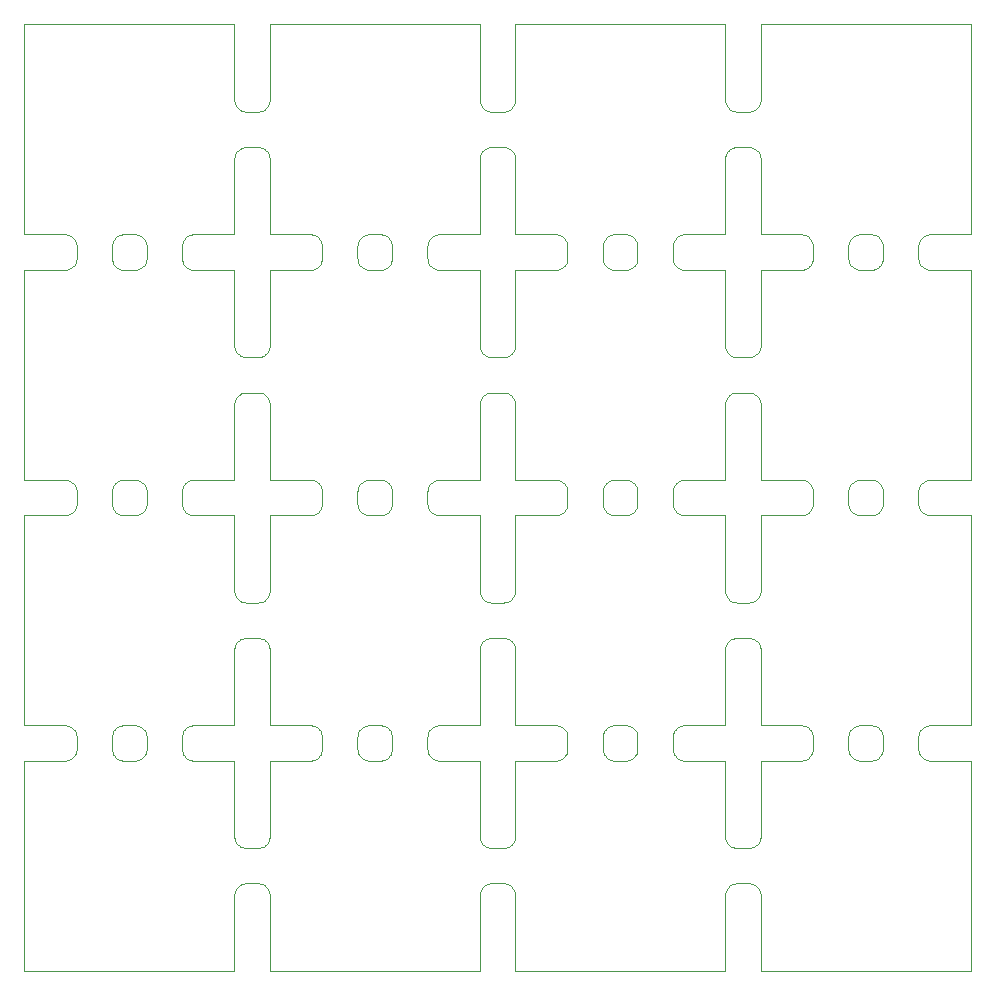
<source format=gbr>
%TF.GenerationSoftware,KiCad,Pcbnew,5.1.8*%
%TF.CreationDate,2020-11-29T16:03:20+01:00*%
%TF.ProjectId,panel2,70616e65-6c32-42e6-9b69-6361645f7063,rev?*%
%TF.SameCoordinates,Original*%
%TF.FileFunction,Profile,NP*%
%FSLAX46Y46*%
G04 Gerber Fmt 4.6, Leading zero omitted, Abs format (unit mm)*
G04 Created by KiCad (PCBNEW 5.1.8) date 2020-11-29 16:03:20*
%MOMM*%
%LPD*%
G01*
G04 APERTURE LIST*
%TA.AperFunction,Profile*%
%ADD10C,0.100000*%
%TD*%
G04 APERTURE END LIST*
D10*
X57427700Y-111348800D02*
X57427700Y-110331200D01*
X57432400Y-111446000D02*
X57427700Y-111348800D01*
X57446700Y-111542100D02*
X57432400Y-111446000D01*
X57470300Y-111636400D02*
X57446700Y-111542100D01*
X57503000Y-111727900D02*
X57470300Y-111636400D01*
X57544600Y-111815700D02*
X57503000Y-111727900D01*
X57594500Y-111899000D02*
X57544600Y-111815700D01*
X57652400Y-111977000D02*
X57594500Y-111899000D01*
X57717600Y-112049000D02*
X57652400Y-111977000D01*
X57789600Y-112114300D02*
X57717600Y-112049000D01*
X57867700Y-112172100D02*
X57789600Y-112114300D01*
X57951000Y-112222100D02*
X57867700Y-112172100D01*
X58038800Y-112263600D02*
X57951000Y-112222100D01*
X58130300Y-112296400D02*
X58038800Y-112263600D01*
X58224500Y-112320000D02*
X58130300Y-112296400D01*
X58320600Y-112334200D02*
X58224500Y-112320000D01*
X58417900Y-112339000D02*
X58320600Y-112334200D01*
X59362100Y-112339000D02*
X58417900Y-112339000D01*
X59459400Y-112334200D02*
X59362100Y-112339000D01*
X59555500Y-112320000D02*
X59459400Y-112334200D01*
X59649700Y-112296400D02*
X59555500Y-112320000D01*
X59741200Y-112263600D02*
X59649700Y-112296400D01*
X59829000Y-112222100D02*
X59741200Y-112263600D01*
X59912300Y-112172100D02*
X59829000Y-112222100D01*
X59990400Y-112114300D02*
X59912300Y-112172100D01*
X60062400Y-112049000D02*
X59990400Y-112114300D01*
X60127600Y-111977000D02*
X60062400Y-112049000D01*
X60185500Y-111899000D02*
X60127600Y-111977000D01*
X60235400Y-111815700D02*
X60185500Y-111899000D01*
X60277000Y-111727900D02*
X60235400Y-111815700D01*
X60309700Y-111636400D02*
X60277000Y-111727900D01*
X60333300Y-111542100D02*
X60309700Y-111636400D01*
X60347600Y-111446000D02*
X60333300Y-111542100D01*
X60352300Y-111348800D02*
X60347600Y-111446000D01*
X60352300Y-110331200D02*
X60352300Y-111348800D01*
X60347600Y-110234000D02*
X60352300Y-110331200D01*
X60333300Y-110137900D02*
X60347600Y-110234000D01*
X60309700Y-110043600D02*
X60333300Y-110137900D01*
X60277000Y-109952100D02*
X60309700Y-110043600D01*
X60235400Y-109864300D02*
X60277000Y-109952100D01*
X60185500Y-109781000D02*
X60235400Y-109864300D01*
X60127600Y-109703000D02*
X60185500Y-109781000D01*
X60062400Y-109631000D02*
X60127600Y-109703000D01*
X59990400Y-109565700D02*
X60062400Y-109631000D01*
X59912300Y-109507900D02*
X59990400Y-109565700D01*
X59829000Y-109457900D02*
X59912300Y-109507900D01*
X59741200Y-109416400D02*
X59829000Y-109457900D01*
X59649700Y-109383600D02*
X59741200Y-109416400D01*
X59555500Y-109360000D02*
X59649700Y-109383600D01*
X59459400Y-109345800D02*
X59555500Y-109360000D01*
X59362100Y-109341000D02*
X59459400Y-109345800D01*
X58417900Y-109341000D02*
X59362100Y-109341000D01*
X58320600Y-109345800D02*
X58417900Y-109341000D01*
X58224500Y-109360000D02*
X58320600Y-109345800D01*
X58130300Y-109383600D02*
X58224500Y-109360000D01*
X58038800Y-109416400D02*
X58130300Y-109383600D01*
X57951000Y-109457900D02*
X58038800Y-109416400D01*
X57867700Y-109507900D02*
X57951000Y-109457900D01*
X57789600Y-109565700D02*
X57867700Y-109507900D01*
X57717600Y-109631000D02*
X57789600Y-109565700D01*
X57652400Y-109703000D02*
X57717600Y-109631000D01*
X57594500Y-109781000D02*
X57652400Y-109703000D01*
X57544600Y-109864300D02*
X57594500Y-109781000D01*
X57503000Y-109952100D02*
X57544600Y-109864300D01*
X57470300Y-110043600D02*
X57503000Y-109952100D01*
X57446700Y-110137900D02*
X57470300Y-110043600D01*
X57432400Y-110234000D02*
X57446700Y-110137900D01*
X57427700Y-110331200D02*
X57432400Y-110234000D01*
X59362100Y-70779000D02*
X58417900Y-70779000D01*
X59459400Y-70774200D02*
X59362100Y-70779000D01*
X59555500Y-70760000D02*
X59459400Y-70774200D01*
X59649700Y-70736400D02*
X59555500Y-70760000D01*
X59741200Y-70703600D02*
X59649700Y-70736400D01*
X59829000Y-70662100D02*
X59741200Y-70703600D01*
X59912300Y-70612100D02*
X59829000Y-70662100D01*
X59990400Y-70554300D02*
X59912300Y-70612100D01*
X60062400Y-70489000D02*
X59990400Y-70554300D01*
X60127600Y-70417000D02*
X60062400Y-70489000D01*
X60185500Y-70339000D02*
X60127600Y-70417000D01*
X60235400Y-70255700D02*
X60185500Y-70339000D01*
X60277000Y-70167900D02*
X60235400Y-70255700D01*
X60309700Y-70076400D02*
X60277000Y-70167900D01*
X60333300Y-69982100D02*
X60309700Y-70076400D01*
X60347600Y-69886000D02*
X60333300Y-69982100D01*
X60352300Y-69788800D02*
X60347600Y-69886000D01*
X60352300Y-68771200D02*
X60352300Y-69788800D01*
X60347600Y-68674000D02*
X60352300Y-68771200D01*
X60333300Y-68577900D02*
X60347600Y-68674000D01*
X60309700Y-68483600D02*
X60333300Y-68577900D01*
X60277000Y-68392100D02*
X60309700Y-68483600D01*
X60235400Y-68304300D02*
X60277000Y-68392100D01*
X60185500Y-68221000D02*
X60235400Y-68304300D01*
X60127600Y-68143000D02*
X60185500Y-68221000D01*
X60062400Y-68071000D02*
X60127600Y-68143000D01*
X59990400Y-68005700D02*
X60062400Y-68071000D01*
X59912300Y-67947900D02*
X59990400Y-68005700D01*
X59829000Y-67897900D02*
X59912300Y-67947900D01*
X59741200Y-67856400D02*
X59829000Y-67897900D01*
X59649700Y-67823600D02*
X59741200Y-67856400D01*
X59555500Y-67800000D02*
X59649700Y-67823600D01*
X59459400Y-67785800D02*
X59555500Y-67800000D01*
X59362100Y-67781000D02*
X59459400Y-67785800D01*
X58417900Y-67781000D02*
X59362100Y-67781000D01*
X58320600Y-67785800D02*
X58417900Y-67781000D01*
X58224500Y-67800000D02*
X58320600Y-67785800D01*
X58130300Y-67823600D02*
X58224500Y-67800000D01*
X58038800Y-67856400D02*
X58130300Y-67823600D01*
X57951000Y-67897900D02*
X58038800Y-67856400D01*
X57867700Y-67947900D02*
X57951000Y-67897900D01*
X57789600Y-68005700D02*
X57867700Y-67947900D01*
X57717600Y-68071000D02*
X57789600Y-68005700D01*
X57652400Y-68143000D02*
X57717600Y-68071000D01*
X57594500Y-68221000D02*
X57652400Y-68143000D01*
X57544600Y-68304300D02*
X57594500Y-68221000D01*
X57503000Y-68392100D02*
X57544600Y-68304300D01*
X57470300Y-68483600D02*
X57503000Y-68392100D01*
X57446700Y-68577900D02*
X57470300Y-68483600D01*
X57432400Y-68674000D02*
X57446700Y-68577900D01*
X57427700Y-68771200D02*
X57432400Y-68674000D01*
X57427700Y-69788800D02*
X57427700Y-68771200D01*
X57432400Y-69886000D02*
X57427700Y-69788800D01*
X57446700Y-69982100D02*
X57432400Y-69886000D01*
X57470300Y-70076400D02*
X57446700Y-69982100D01*
X57503000Y-70167900D02*
X57470300Y-70076400D01*
X57544600Y-70255700D02*
X57503000Y-70167900D01*
X57594500Y-70339000D02*
X57544600Y-70255700D01*
X57652400Y-70417000D02*
X57594500Y-70339000D01*
X57717600Y-70489000D02*
X57652400Y-70417000D01*
X57789600Y-70554300D02*
X57717600Y-70489000D01*
X57867700Y-70612100D02*
X57789600Y-70554300D01*
X57951000Y-70662100D02*
X57867700Y-70612100D01*
X58038800Y-70703600D02*
X57951000Y-70662100D01*
X58130300Y-70736400D02*
X58038800Y-70703600D01*
X58224500Y-70760000D02*
X58130300Y-70736400D01*
X58320600Y-70774200D02*
X58224500Y-70760000D01*
X58417900Y-70779000D02*
X58320600Y-70774200D01*
X59362100Y-91559000D02*
X58417900Y-91559000D01*
X59459400Y-91554200D02*
X59362100Y-91559000D01*
X59555500Y-91540000D02*
X59459400Y-91554200D01*
X59649700Y-91516400D02*
X59555500Y-91540000D01*
X59741200Y-91483600D02*
X59649700Y-91516400D01*
X59829000Y-91442100D02*
X59741200Y-91483600D01*
X59912300Y-91392100D02*
X59829000Y-91442100D01*
X59990400Y-91334300D02*
X59912300Y-91392100D01*
X60062400Y-91269000D02*
X59990400Y-91334300D01*
X60127600Y-91197000D02*
X60062400Y-91269000D01*
X60185500Y-91119000D02*
X60127600Y-91197000D01*
X60235400Y-91035700D02*
X60185500Y-91119000D01*
X60277000Y-90947900D02*
X60235400Y-91035700D01*
X60309700Y-90856400D02*
X60277000Y-90947900D01*
X60333300Y-90762100D02*
X60309700Y-90856400D01*
X60347600Y-90666000D02*
X60333300Y-90762100D01*
X60352300Y-90568800D02*
X60347600Y-90666000D01*
X60352300Y-89551200D02*
X60352300Y-90568800D01*
X60347600Y-89454000D02*
X60352300Y-89551200D01*
X60333300Y-89357900D02*
X60347600Y-89454000D01*
X60309700Y-89263600D02*
X60333300Y-89357900D01*
X60277000Y-89172100D02*
X60309700Y-89263600D01*
X60235400Y-89084300D02*
X60277000Y-89172100D01*
X60185500Y-89001000D02*
X60235400Y-89084300D01*
X60127600Y-88923000D02*
X60185500Y-89001000D01*
X60062400Y-88851000D02*
X60127600Y-88923000D01*
X59990400Y-88785700D02*
X60062400Y-88851000D01*
X59912300Y-88727900D02*
X59990400Y-88785700D01*
X59829000Y-88677900D02*
X59912300Y-88727900D01*
X59741200Y-88636400D02*
X59829000Y-88677900D01*
X59649700Y-88603600D02*
X59741200Y-88636400D01*
X59555500Y-88580000D02*
X59649700Y-88603600D01*
X59459400Y-88565800D02*
X59555500Y-88580000D01*
X59362100Y-88561000D02*
X59459400Y-88565800D01*
X58417900Y-88561000D02*
X59362100Y-88561000D01*
X58320600Y-88565800D02*
X58417900Y-88561000D01*
X58224500Y-88580000D02*
X58320600Y-88565800D01*
X58130300Y-88603600D02*
X58224500Y-88580000D01*
X58038800Y-88636400D02*
X58130300Y-88603600D01*
X57951000Y-88677900D02*
X58038800Y-88636400D01*
X57867700Y-88727900D02*
X57951000Y-88677900D01*
X57789600Y-88785700D02*
X57867700Y-88727900D01*
X57717600Y-88851000D02*
X57789600Y-88785700D01*
X57652400Y-88923000D02*
X57717600Y-88851000D01*
X57594500Y-89001000D02*
X57652400Y-88923000D01*
X57544600Y-89084300D02*
X57594500Y-89001000D01*
X57503000Y-89172100D02*
X57544600Y-89084300D01*
X57470300Y-89263600D02*
X57503000Y-89172100D01*
X57446700Y-89357900D02*
X57470300Y-89263600D01*
X57432400Y-89454000D02*
X57446700Y-89357900D01*
X57427700Y-89551200D02*
X57432400Y-89454000D01*
X57427700Y-90568800D02*
X57427700Y-89551200D01*
X57432400Y-90666000D02*
X57427700Y-90568800D01*
X57446700Y-90762100D02*
X57432400Y-90666000D01*
X57470300Y-90856400D02*
X57446700Y-90762100D01*
X57503000Y-90947900D02*
X57470300Y-90856400D01*
X57544600Y-91035700D02*
X57503000Y-90947900D01*
X57594500Y-91119000D02*
X57544600Y-91035700D01*
X57652400Y-91197000D02*
X57594500Y-91119000D01*
X57717600Y-91269000D02*
X57652400Y-91197000D01*
X57789600Y-91334300D02*
X57717600Y-91269000D01*
X57867700Y-91392100D02*
X57789600Y-91334300D01*
X57951000Y-91442100D02*
X57867700Y-91392100D01*
X58038800Y-91483600D02*
X57951000Y-91442100D01*
X58130300Y-91516400D02*
X58038800Y-91483600D01*
X58224500Y-91540000D02*
X58130300Y-91516400D01*
X58320600Y-91554200D02*
X58224500Y-91540000D01*
X58417900Y-91559000D02*
X58320600Y-91554200D01*
X63354300Y-111348800D02*
X63354300Y-110331200D01*
X63359100Y-111446000D02*
X63354300Y-111348800D01*
X63373400Y-111542100D02*
X63359100Y-111446000D01*
X63397000Y-111636400D02*
X63373400Y-111542100D01*
X63429700Y-111727900D02*
X63397000Y-111636400D01*
X63471200Y-111815700D02*
X63429700Y-111727900D01*
X63521200Y-111899000D02*
X63471200Y-111815700D01*
X63579100Y-111977000D02*
X63521200Y-111899000D01*
X63644300Y-112049000D02*
X63579100Y-111977000D01*
X63716300Y-112114300D02*
X63644300Y-112049000D01*
X63794300Y-112172100D02*
X63716300Y-112114300D01*
X63877700Y-112222100D02*
X63794300Y-112172100D01*
X63965500Y-112263600D02*
X63877700Y-112222100D01*
X64057000Y-112296400D02*
X63965500Y-112263600D01*
X64151200Y-112320000D02*
X64057000Y-112296400D01*
X64247300Y-112334200D02*
X64151200Y-112320000D01*
X64344600Y-112339000D02*
X64247300Y-112334200D01*
X67767400Y-112339000D02*
X64344600Y-112339000D01*
X67774500Y-112340100D02*
X67767400Y-112339000D01*
X67779500Y-112344600D02*
X67774500Y-112340100D01*
X67781000Y-112352600D02*
X67779500Y-112344600D01*
X67781000Y-118738800D02*
X67781000Y-112352600D01*
X67785800Y-118836100D02*
X67781000Y-118738800D01*
X67800000Y-118932200D02*
X67785800Y-118836100D01*
X67823600Y-119026400D02*
X67800000Y-118932200D01*
X67856400Y-119117900D02*
X67823600Y-119026400D01*
X67897900Y-119205700D02*
X67856400Y-119117900D01*
X67947900Y-119289000D02*
X67897900Y-119205700D01*
X68005700Y-119367100D02*
X67947900Y-119289000D01*
X68071000Y-119439000D02*
X68005700Y-119367100D01*
X68143000Y-119504300D02*
X68071000Y-119439000D01*
X68221000Y-119562200D02*
X68143000Y-119504300D01*
X68304300Y-119612100D02*
X68221000Y-119562200D01*
X68392100Y-119653600D02*
X68304300Y-119612100D01*
X68483600Y-119686400D02*
X68392100Y-119653600D01*
X68577900Y-119710000D02*
X68483600Y-119686400D01*
X68674000Y-119724200D02*
X68577900Y-119710000D01*
X68771200Y-119729000D02*
X68674000Y-119724200D01*
X69788800Y-119729000D02*
X68771200Y-119729000D01*
X69886000Y-119724200D02*
X69788800Y-119729000D01*
X69982100Y-119710000D02*
X69886000Y-119724200D01*
X70076400Y-119686400D02*
X69982100Y-119710000D01*
X70167900Y-119653600D02*
X70076400Y-119686400D01*
X70255700Y-119612100D02*
X70167900Y-119653600D01*
X70339000Y-119562200D02*
X70255700Y-119612100D01*
X70417000Y-119504300D02*
X70339000Y-119562200D01*
X70489000Y-119439000D02*
X70417000Y-119504300D01*
X70554300Y-119367100D02*
X70489000Y-119439000D01*
X70612100Y-119289000D02*
X70554300Y-119367100D01*
X70662100Y-119205700D02*
X70612100Y-119289000D01*
X70703600Y-119117900D02*
X70662100Y-119205700D01*
X70736400Y-119026400D02*
X70703600Y-119117900D01*
X70760000Y-118932200D02*
X70736400Y-119026400D01*
X70774200Y-118836100D02*
X70760000Y-118932200D01*
X70779000Y-118738800D02*
X70774200Y-118836100D01*
X70779000Y-112352600D02*
X70779000Y-118738800D01*
X70781600Y-112343000D02*
X70779000Y-112352600D01*
X70785500Y-112340100D02*
X70781600Y-112343000D01*
X70792600Y-112339000D02*
X70785500Y-112340100D01*
X74215400Y-112339000D02*
X70792600Y-112339000D01*
X74312700Y-112334200D02*
X74215400Y-112339000D01*
X74408800Y-112320000D02*
X74312700Y-112334200D01*
X74503100Y-112296400D02*
X74408800Y-112320000D01*
X74594500Y-112263600D02*
X74503100Y-112296400D01*
X74682400Y-112222100D02*
X74594500Y-112263600D01*
X74765700Y-112172100D02*
X74682400Y-112222100D01*
X74843700Y-112114300D02*
X74765700Y-112172100D01*
X74915700Y-112049000D02*
X74843700Y-112114300D01*
X74980900Y-111977000D02*
X74915700Y-112049000D01*
X75038800Y-111899000D02*
X74980900Y-111977000D01*
X75088800Y-111815700D02*
X75038800Y-111899000D01*
X75130300Y-111727900D02*
X75088800Y-111815700D01*
X75163000Y-111636400D02*
X75130300Y-111727900D01*
X75186600Y-111542100D02*
X75163000Y-111636400D01*
X75200900Y-111446000D02*
X75186600Y-111542100D01*
X75205700Y-111348800D02*
X75200900Y-111446000D01*
X75205700Y-110331200D02*
X75205700Y-111348800D01*
X75200900Y-110234000D02*
X75205700Y-110331200D01*
X75186600Y-110137900D02*
X75200900Y-110234000D01*
X75163000Y-110043600D02*
X75186600Y-110137900D01*
X75130300Y-109952100D02*
X75163000Y-110043600D01*
X75088800Y-109864300D02*
X75130300Y-109952100D01*
X75038800Y-109781000D02*
X75088800Y-109864300D01*
X74980900Y-109703000D02*
X75038800Y-109781000D01*
X74915700Y-109631000D02*
X74980900Y-109703000D01*
X74843700Y-109565700D02*
X74915700Y-109631000D01*
X74765700Y-109507900D02*
X74843700Y-109565700D01*
X74682400Y-109457900D02*
X74765700Y-109507900D01*
X74594500Y-109416400D02*
X74682400Y-109457900D01*
X74503100Y-109383600D02*
X74594500Y-109416400D01*
X74408800Y-109360000D02*
X74503100Y-109383600D01*
X74312700Y-109345800D02*
X74408800Y-109360000D01*
X74215400Y-109341000D02*
X74312700Y-109345800D01*
X70792600Y-109341000D02*
X74215400Y-109341000D01*
X70785500Y-109339900D02*
X70792600Y-109341000D01*
X70780500Y-109335400D02*
X70785500Y-109339900D01*
X70779000Y-109327400D02*
X70780500Y-109335400D01*
X70779000Y-102941300D02*
X70779000Y-109327400D01*
X70774200Y-102844000D02*
X70779000Y-102941300D01*
X70760000Y-102747900D02*
X70774200Y-102844000D01*
X70736400Y-102653600D02*
X70760000Y-102747900D01*
X70703600Y-102562200D02*
X70736400Y-102653600D01*
X70662100Y-102474300D02*
X70703600Y-102562200D01*
X70612100Y-102391000D02*
X70662100Y-102474300D01*
X70554300Y-102313000D02*
X70612100Y-102391000D01*
X70489000Y-102241000D02*
X70554300Y-102313000D01*
X70417000Y-102175700D02*
X70489000Y-102241000D01*
X70339000Y-102117900D02*
X70417000Y-102175700D01*
X70255700Y-102067900D02*
X70339000Y-102117900D01*
X70167900Y-102026400D02*
X70255700Y-102067900D01*
X70076400Y-101993700D02*
X70167900Y-102026400D01*
X69982100Y-101970000D02*
X70076400Y-101993700D01*
X69886000Y-101955800D02*
X69982100Y-101970000D01*
X69788800Y-101951000D02*
X69886000Y-101955800D01*
X68771200Y-101951000D02*
X69788800Y-101951000D01*
X68674000Y-101955800D02*
X68771200Y-101951000D01*
X68577900Y-101970000D02*
X68674000Y-101955800D01*
X68483600Y-101993700D02*
X68577900Y-101970000D01*
X68392100Y-102026400D02*
X68483600Y-101993700D01*
X68304300Y-102067900D02*
X68392100Y-102026400D01*
X68221000Y-102117900D02*
X68304300Y-102067900D01*
X68143000Y-102175700D02*
X68221000Y-102117900D01*
X68071000Y-102241000D02*
X68143000Y-102175700D01*
X68005700Y-102313000D02*
X68071000Y-102241000D01*
X67947900Y-102391000D02*
X68005700Y-102313000D01*
X67897900Y-102474300D02*
X67947900Y-102391000D01*
X67856400Y-102562200D02*
X67897900Y-102474300D01*
X67823600Y-102653600D02*
X67856400Y-102562200D01*
X67800000Y-102747900D02*
X67823600Y-102653600D01*
X67785800Y-102844000D02*
X67800000Y-102747900D01*
X67781000Y-102941300D02*
X67785800Y-102844000D01*
X67781000Y-109327400D02*
X67781000Y-102941300D01*
X67778400Y-109337000D02*
X67781000Y-109327400D01*
X67774500Y-109339900D02*
X67778400Y-109337000D01*
X67767400Y-109341000D02*
X67774500Y-109339900D01*
X64344600Y-109341000D02*
X67767400Y-109341000D01*
X64247300Y-109345800D02*
X64344600Y-109341000D01*
X64151200Y-109360000D02*
X64247300Y-109345800D01*
X64057000Y-109383600D02*
X64151200Y-109360000D01*
X63965500Y-109416400D02*
X64057000Y-109383600D01*
X63877700Y-109457900D02*
X63965500Y-109416400D01*
X63794300Y-109507900D02*
X63877700Y-109457900D01*
X63716300Y-109565700D02*
X63794300Y-109507900D01*
X63644300Y-109631000D02*
X63716300Y-109565700D01*
X63579100Y-109703000D02*
X63644300Y-109631000D01*
X63521200Y-109781000D02*
X63579100Y-109703000D01*
X63471200Y-109864300D02*
X63521200Y-109781000D01*
X63429700Y-109952100D02*
X63471200Y-109864300D01*
X63397000Y-110043600D02*
X63429700Y-109952100D01*
X63373400Y-110137900D02*
X63397000Y-110043600D01*
X63359100Y-110234000D02*
X63373400Y-110137900D01*
X63354300Y-110331200D02*
X63359100Y-110234000D01*
X67767400Y-70779000D02*
X64344600Y-70779000D01*
X67774500Y-70780100D02*
X67767400Y-70779000D01*
X67778400Y-70783000D02*
X67774500Y-70780100D01*
X67781000Y-70792600D02*
X67778400Y-70783000D01*
X67781000Y-77178800D02*
X67781000Y-70792600D01*
X67785800Y-77276000D02*
X67781000Y-77178800D01*
X67800000Y-77372100D02*
X67785800Y-77276000D01*
X67823600Y-77466400D02*
X67800000Y-77372100D01*
X67856400Y-77557900D02*
X67823600Y-77466400D01*
X67897900Y-77645700D02*
X67856400Y-77557900D01*
X67947900Y-77729000D02*
X67897900Y-77645700D01*
X68005700Y-77807000D02*
X67947900Y-77729000D01*
X68071000Y-77879000D02*
X68005700Y-77807000D01*
X68143000Y-77944300D02*
X68071000Y-77879000D01*
X68221000Y-78002200D02*
X68143000Y-77944300D01*
X68304300Y-78052100D02*
X68221000Y-78002200D01*
X68392100Y-78093600D02*
X68304300Y-78052100D01*
X68483600Y-78126400D02*
X68392100Y-78093600D01*
X68577900Y-78150000D02*
X68483600Y-78126400D01*
X68674000Y-78164200D02*
X68577900Y-78150000D01*
X68771200Y-78169000D02*
X68674000Y-78164200D01*
X69788800Y-78169000D02*
X68771200Y-78169000D01*
X69886000Y-78164200D02*
X69788800Y-78169000D01*
X69982100Y-78150000D02*
X69886000Y-78164200D01*
X70076400Y-78126400D02*
X69982100Y-78150000D01*
X70167900Y-78093600D02*
X70076400Y-78126400D01*
X70255700Y-78052100D02*
X70167900Y-78093600D01*
X70339000Y-78002200D02*
X70255700Y-78052100D01*
X70417000Y-77944300D02*
X70339000Y-78002200D01*
X70489000Y-77879000D02*
X70417000Y-77944300D01*
X70554300Y-77807000D02*
X70489000Y-77879000D01*
X70612100Y-77729000D02*
X70554300Y-77807000D01*
X70662100Y-77645700D02*
X70612100Y-77729000D01*
X70703600Y-77557900D02*
X70662100Y-77645700D01*
X70736400Y-77466400D02*
X70703600Y-77557900D01*
X70760000Y-77372100D02*
X70736400Y-77466400D01*
X70774200Y-77276000D02*
X70760000Y-77372100D01*
X70779000Y-77178800D02*
X70774200Y-77276000D01*
X70779000Y-70792600D02*
X70779000Y-77178800D01*
X70780500Y-70784600D02*
X70779000Y-70792600D01*
X70785500Y-70780100D02*
X70780500Y-70784600D01*
X70792600Y-70779000D02*
X70785500Y-70780100D01*
X74215400Y-70779000D02*
X70792600Y-70779000D01*
X74312700Y-70774200D02*
X74215400Y-70779000D01*
X74408800Y-70760000D02*
X74312700Y-70774200D01*
X74503100Y-70736400D02*
X74408800Y-70760000D01*
X74594500Y-70703600D02*
X74503100Y-70736400D01*
X74682400Y-70662100D02*
X74594500Y-70703600D01*
X74765700Y-70612100D02*
X74682400Y-70662100D01*
X74843700Y-70554300D02*
X74765700Y-70612100D01*
X74915700Y-70489000D02*
X74843700Y-70554300D01*
X74980900Y-70417000D02*
X74915700Y-70489000D01*
X75038800Y-70339000D02*
X74980900Y-70417000D01*
X75088800Y-70255700D02*
X75038800Y-70339000D01*
X75130300Y-70167900D02*
X75088800Y-70255700D01*
X75163000Y-70076400D02*
X75130300Y-70167900D01*
X75186600Y-69982100D02*
X75163000Y-70076400D01*
X75200900Y-69886000D02*
X75186600Y-69982100D01*
X75205700Y-69788800D02*
X75200900Y-69886000D01*
X75205700Y-68771200D02*
X75205700Y-69788800D01*
X75200900Y-68674000D02*
X75205700Y-68771200D01*
X75186600Y-68577900D02*
X75200900Y-68674000D01*
X75163000Y-68483600D02*
X75186600Y-68577900D01*
X75130300Y-68392100D02*
X75163000Y-68483600D01*
X75088800Y-68304300D02*
X75130300Y-68392100D01*
X75038800Y-68221000D02*
X75088800Y-68304300D01*
X74980900Y-68143000D02*
X75038800Y-68221000D01*
X74915700Y-68071000D02*
X74980900Y-68143000D01*
X74843700Y-68005700D02*
X74915700Y-68071000D01*
X74765700Y-67947900D02*
X74843700Y-68005700D01*
X74682400Y-67897900D02*
X74765700Y-67947900D01*
X74594500Y-67856400D02*
X74682400Y-67897900D01*
X74503100Y-67823600D02*
X74594500Y-67856400D01*
X74408800Y-67800000D02*
X74503100Y-67823600D01*
X74312700Y-67785800D02*
X74408800Y-67800000D01*
X74215400Y-67781000D02*
X74312700Y-67785800D01*
X70792600Y-67781000D02*
X74215400Y-67781000D01*
X70785500Y-67779900D02*
X70792600Y-67781000D01*
X70780500Y-67775400D02*
X70785500Y-67779900D01*
X70779000Y-67767400D02*
X70780500Y-67775400D01*
X70779000Y-61381200D02*
X70779000Y-67767400D01*
X70774200Y-61284000D02*
X70779000Y-61381200D01*
X70760000Y-61187900D02*
X70774200Y-61284000D01*
X70736400Y-61093600D02*
X70760000Y-61187900D01*
X70703600Y-61002200D02*
X70736400Y-61093600D01*
X70662100Y-60914300D02*
X70703600Y-61002200D01*
X70612100Y-60831000D02*
X70662100Y-60914300D01*
X70554300Y-60753000D02*
X70612100Y-60831000D01*
X70489000Y-60681000D02*
X70554300Y-60753000D01*
X70417000Y-60615700D02*
X70489000Y-60681000D01*
X70339000Y-60557900D02*
X70417000Y-60615700D01*
X70255700Y-60507900D02*
X70339000Y-60557900D01*
X70167900Y-60466400D02*
X70255700Y-60507900D01*
X70076400Y-60433600D02*
X70167900Y-60466400D01*
X69982100Y-60410000D02*
X70076400Y-60433600D01*
X69886000Y-60395800D02*
X69982100Y-60410000D01*
X69788800Y-60391000D02*
X69886000Y-60395800D01*
X68771200Y-60391000D02*
X69788800Y-60391000D01*
X68674000Y-60395800D02*
X68771200Y-60391000D01*
X68577900Y-60410000D02*
X68674000Y-60395800D01*
X68483600Y-60433600D02*
X68577900Y-60410000D01*
X68392100Y-60466400D02*
X68483600Y-60433600D01*
X68304300Y-60507900D02*
X68392100Y-60466400D01*
X68221000Y-60557900D02*
X68304300Y-60507900D01*
X68143000Y-60615700D02*
X68221000Y-60557900D01*
X68071000Y-60681000D02*
X68143000Y-60615700D01*
X68005700Y-60753000D02*
X68071000Y-60681000D01*
X67947900Y-60831000D02*
X68005700Y-60753000D01*
X67897900Y-60914300D02*
X67947900Y-60831000D01*
X67856400Y-61002200D02*
X67897900Y-60914300D01*
X67823600Y-61093600D02*
X67856400Y-61002200D01*
X67800000Y-61187900D02*
X67823600Y-61093600D01*
X67785800Y-61284000D02*
X67800000Y-61187900D01*
X67781000Y-61381200D02*
X67785800Y-61284000D01*
X67781000Y-67767400D02*
X67781000Y-61381200D01*
X67778400Y-67777000D02*
X67781000Y-67767400D01*
X67774500Y-67779900D02*
X67778400Y-67777000D01*
X67767400Y-67781000D02*
X67774500Y-67779900D01*
X64344600Y-67781000D02*
X67767400Y-67781000D01*
X64247300Y-67785800D02*
X64344600Y-67781000D01*
X64151200Y-67800000D02*
X64247300Y-67785800D01*
X64057000Y-67823600D02*
X64151200Y-67800000D01*
X63965500Y-67856400D02*
X64057000Y-67823600D01*
X63877700Y-67897900D02*
X63965500Y-67856400D01*
X63794300Y-67947900D02*
X63877700Y-67897900D01*
X63716300Y-68005700D02*
X63794300Y-67947900D01*
X63644300Y-68071000D02*
X63716300Y-68005700D01*
X63579100Y-68143000D02*
X63644300Y-68071000D01*
X63521200Y-68221000D02*
X63579100Y-68143000D01*
X63471200Y-68304300D02*
X63521200Y-68221000D01*
X63429700Y-68392100D02*
X63471200Y-68304300D01*
X63397000Y-68483600D02*
X63429700Y-68392100D01*
X63373400Y-68577900D02*
X63397000Y-68483600D01*
X63359100Y-68674000D02*
X63373400Y-68577900D01*
X63354300Y-68771200D02*
X63359100Y-68674000D01*
X63354300Y-69788800D02*
X63354300Y-68771200D01*
X63359100Y-69886000D02*
X63354300Y-69788800D01*
X63373400Y-69982100D02*
X63359100Y-69886000D01*
X63397000Y-70076400D02*
X63373400Y-69982100D01*
X63429700Y-70167900D02*
X63397000Y-70076400D01*
X63471200Y-70255700D02*
X63429700Y-70167900D01*
X63521200Y-70339000D02*
X63471200Y-70255700D01*
X63579100Y-70417000D02*
X63521200Y-70339000D01*
X63644300Y-70489000D02*
X63579100Y-70417000D01*
X63716300Y-70554300D02*
X63644300Y-70489000D01*
X63794300Y-70612100D02*
X63716300Y-70554300D01*
X63877700Y-70662100D02*
X63794300Y-70612100D01*
X63965500Y-70703600D02*
X63877700Y-70662100D01*
X64057000Y-70736400D02*
X63965500Y-70703600D01*
X64151200Y-70760000D02*
X64057000Y-70736400D01*
X64247300Y-70774200D02*
X64151200Y-70760000D01*
X64344600Y-70779000D02*
X64247300Y-70774200D01*
X67767400Y-91559000D02*
X64344600Y-91559000D01*
X67774500Y-91560100D02*
X67767400Y-91559000D01*
X67778400Y-91563000D02*
X67774500Y-91560100D01*
X67781000Y-91572600D02*
X67778400Y-91563000D01*
X67781000Y-97958800D02*
X67781000Y-91572600D01*
X67785800Y-98056000D02*
X67781000Y-97958800D01*
X67800000Y-98152100D02*
X67785800Y-98056000D01*
X67823600Y-98246400D02*
X67800000Y-98152100D01*
X67856400Y-98337900D02*
X67823600Y-98246400D01*
X67897900Y-98425700D02*
X67856400Y-98337900D01*
X67947900Y-98509000D02*
X67897900Y-98425700D01*
X68005700Y-98587100D02*
X67947900Y-98509000D01*
X68071000Y-98659000D02*
X68005700Y-98587100D01*
X68143000Y-98724300D02*
X68071000Y-98659000D01*
X68221000Y-98782200D02*
X68143000Y-98724300D01*
X68304300Y-98832100D02*
X68221000Y-98782200D01*
X68392100Y-98873600D02*
X68304300Y-98832100D01*
X68483600Y-98906400D02*
X68392100Y-98873600D01*
X68577900Y-98930000D02*
X68483600Y-98906400D01*
X68674000Y-98944200D02*
X68577900Y-98930000D01*
X68771200Y-98949000D02*
X68674000Y-98944200D01*
X69788800Y-98949000D02*
X68771200Y-98949000D01*
X69886000Y-98944200D02*
X69788800Y-98949000D01*
X69982100Y-98930000D02*
X69886000Y-98944200D01*
X70076400Y-98906400D02*
X69982100Y-98930000D01*
X70167900Y-98873600D02*
X70076400Y-98906400D01*
X70255700Y-98832100D02*
X70167900Y-98873600D01*
X70339000Y-98782200D02*
X70255700Y-98832100D01*
X70417000Y-98724300D02*
X70339000Y-98782200D01*
X70489000Y-98659000D02*
X70417000Y-98724300D01*
X70554300Y-98587100D02*
X70489000Y-98659000D01*
X70612100Y-98509000D02*
X70554300Y-98587100D01*
X70662100Y-98425700D02*
X70612100Y-98509000D01*
X70703600Y-98337900D02*
X70662100Y-98425700D01*
X70736400Y-98246400D02*
X70703600Y-98337900D01*
X70760000Y-98152100D02*
X70736400Y-98246400D01*
X70774200Y-98056000D02*
X70760000Y-98152100D01*
X70779000Y-97958800D02*
X70774200Y-98056000D01*
X70779000Y-91572600D02*
X70779000Y-97958800D01*
X70780500Y-91564600D02*
X70779000Y-91572600D01*
X70785500Y-91560100D02*
X70780500Y-91564600D01*
X70792600Y-91559000D02*
X70785500Y-91560100D01*
X74215400Y-91559000D02*
X70792600Y-91559000D01*
X74312700Y-91554200D02*
X74215400Y-91559000D01*
X74408800Y-91540000D02*
X74312700Y-91554200D01*
X74503100Y-91516400D02*
X74408800Y-91540000D01*
X74594500Y-91483600D02*
X74503100Y-91516400D01*
X74682400Y-91442100D02*
X74594500Y-91483600D01*
X74765700Y-91392100D02*
X74682400Y-91442100D01*
X74843700Y-91334300D02*
X74765700Y-91392100D01*
X74915700Y-91269000D02*
X74843700Y-91334300D01*
X74980900Y-91197000D02*
X74915700Y-91269000D01*
X75038800Y-91119000D02*
X74980900Y-91197000D01*
X75088800Y-91035700D02*
X75038800Y-91119000D01*
X75130300Y-90947900D02*
X75088800Y-91035700D01*
X75163000Y-90856400D02*
X75130300Y-90947900D01*
X75186600Y-90762100D02*
X75163000Y-90856400D01*
X75200900Y-90666000D02*
X75186600Y-90762100D01*
X75205700Y-90568800D02*
X75200900Y-90666000D01*
X75205700Y-89551200D02*
X75205700Y-90568800D01*
X75200900Y-89454000D02*
X75205700Y-89551200D01*
X75186600Y-89357900D02*
X75200900Y-89454000D01*
X75163000Y-89263600D02*
X75186600Y-89357900D01*
X75130300Y-89172100D02*
X75163000Y-89263600D01*
X75088800Y-89084300D02*
X75130300Y-89172100D01*
X75038800Y-89001000D02*
X75088800Y-89084300D01*
X74980900Y-88923000D02*
X75038800Y-89001000D01*
X74915700Y-88851000D02*
X74980900Y-88923000D01*
X74843700Y-88785700D02*
X74915700Y-88851000D01*
X74765700Y-88727900D02*
X74843700Y-88785700D01*
X74682400Y-88677900D02*
X74765700Y-88727900D01*
X74594500Y-88636400D02*
X74682400Y-88677900D01*
X74503100Y-88603600D02*
X74594500Y-88636400D01*
X74408800Y-88580000D02*
X74503100Y-88603600D01*
X74312700Y-88565800D02*
X74408800Y-88580000D01*
X74215400Y-88561000D02*
X74312700Y-88565800D01*
X70792600Y-88561000D02*
X74215400Y-88561000D01*
X70785500Y-88559900D02*
X70792600Y-88561000D01*
X70780500Y-88555400D02*
X70785500Y-88559900D01*
X70779000Y-88547400D02*
X70780500Y-88555400D01*
X70779000Y-82161300D02*
X70779000Y-88547400D01*
X70774200Y-82064000D02*
X70779000Y-82161300D01*
X70760000Y-81967900D02*
X70774200Y-82064000D01*
X70736400Y-81873600D02*
X70760000Y-81967900D01*
X70703600Y-81782200D02*
X70736400Y-81873600D01*
X70662100Y-81694300D02*
X70703600Y-81782200D01*
X70612100Y-81611000D02*
X70662100Y-81694300D01*
X70554300Y-81533000D02*
X70612100Y-81611000D01*
X70489000Y-81461000D02*
X70554300Y-81533000D01*
X70417000Y-81395700D02*
X70489000Y-81461000D01*
X70339000Y-81337900D02*
X70417000Y-81395700D01*
X70255700Y-81287900D02*
X70339000Y-81337900D01*
X70167900Y-81246400D02*
X70255700Y-81287900D01*
X70076400Y-81213600D02*
X70167900Y-81246400D01*
X69982100Y-81190000D02*
X70076400Y-81213600D01*
X69886000Y-81175800D02*
X69982100Y-81190000D01*
X69788800Y-81171000D02*
X69886000Y-81175800D01*
X68771200Y-81171000D02*
X69788800Y-81171000D01*
X68674000Y-81175800D02*
X68771200Y-81171000D01*
X68577900Y-81190000D02*
X68674000Y-81175800D01*
X68483600Y-81213600D02*
X68577900Y-81190000D01*
X68392100Y-81246400D02*
X68483600Y-81213600D01*
X68304300Y-81287900D02*
X68392100Y-81246400D01*
X68221000Y-81337900D02*
X68304300Y-81287900D01*
X68143000Y-81395700D02*
X68221000Y-81337900D01*
X68071000Y-81461000D02*
X68143000Y-81395700D01*
X68005700Y-81533000D02*
X68071000Y-81461000D01*
X67947900Y-81611000D02*
X68005700Y-81533000D01*
X67897900Y-81694300D02*
X67947900Y-81611000D01*
X67856400Y-81782200D02*
X67897900Y-81694300D01*
X67823600Y-81873600D02*
X67856400Y-81782200D01*
X67800000Y-81967900D02*
X67823600Y-81873600D01*
X67785800Y-82064000D02*
X67800000Y-81967900D01*
X67781000Y-82161300D02*
X67785800Y-82064000D01*
X67781000Y-88547400D02*
X67781000Y-82161300D01*
X67778400Y-88557000D02*
X67781000Y-88547400D01*
X67774500Y-88559900D02*
X67778400Y-88557000D01*
X67767400Y-88561000D02*
X67774500Y-88559900D01*
X64344600Y-88561000D02*
X67767400Y-88561000D01*
X64247300Y-88565800D02*
X64344600Y-88561000D01*
X64151200Y-88580000D02*
X64247300Y-88565800D01*
X64057000Y-88603600D02*
X64151200Y-88580000D01*
X63965500Y-88636400D02*
X64057000Y-88603600D01*
X63877700Y-88677900D02*
X63965500Y-88636400D01*
X63794300Y-88727900D02*
X63877700Y-88677900D01*
X63716300Y-88785700D02*
X63794300Y-88727900D01*
X63644300Y-88851000D02*
X63716300Y-88785700D01*
X63579100Y-88923000D02*
X63644300Y-88851000D01*
X63521200Y-89001000D02*
X63579100Y-88923000D01*
X63471200Y-89084300D02*
X63521200Y-89001000D01*
X63429700Y-89172100D02*
X63471200Y-89084300D01*
X63397000Y-89263600D02*
X63429700Y-89172100D01*
X63373400Y-89357900D02*
X63397000Y-89263600D01*
X63359100Y-89454000D02*
X63373400Y-89357900D01*
X63354300Y-89551200D02*
X63359100Y-89454000D01*
X63354300Y-90568800D02*
X63354300Y-89551200D01*
X63359100Y-90666000D02*
X63354300Y-90568800D01*
X63373400Y-90762100D02*
X63359100Y-90666000D01*
X63397000Y-90856400D02*
X63373400Y-90762100D01*
X63429700Y-90947900D02*
X63397000Y-90856400D01*
X63471200Y-91035700D02*
X63429700Y-90947900D01*
X63521200Y-91119000D02*
X63471200Y-91035700D01*
X63579100Y-91197000D02*
X63521200Y-91119000D01*
X63644300Y-91269000D02*
X63579100Y-91197000D01*
X63716300Y-91334300D02*
X63644300Y-91269000D01*
X63794300Y-91392100D02*
X63716300Y-91334300D01*
X63877700Y-91442100D02*
X63794300Y-91392100D01*
X63965500Y-91483600D02*
X63877700Y-91442100D01*
X64057000Y-91516400D02*
X63965500Y-91483600D01*
X64151200Y-91540000D02*
X64057000Y-91516400D01*
X64247300Y-91554200D02*
X64151200Y-91540000D01*
X64344600Y-91559000D02*
X64247300Y-91554200D01*
X78207700Y-111348800D02*
X78207700Y-110331200D01*
X78212500Y-111446000D02*
X78207700Y-111348800D01*
X78226700Y-111542100D02*
X78212500Y-111446000D01*
X78250300Y-111636400D02*
X78226700Y-111542100D01*
X78283000Y-111727900D02*
X78250300Y-111636400D01*
X78324600Y-111815700D02*
X78283000Y-111727900D01*
X78374500Y-111899000D02*
X78324600Y-111815700D01*
X78432400Y-111977000D02*
X78374500Y-111899000D01*
X78497600Y-112049000D02*
X78432400Y-111977000D01*
X78569600Y-112114300D02*
X78497600Y-112049000D01*
X78647700Y-112172100D02*
X78569600Y-112114300D01*
X78731000Y-112222100D02*
X78647700Y-112172100D01*
X78818800Y-112263600D02*
X78731000Y-112222100D01*
X78910300Y-112296400D02*
X78818800Y-112263600D01*
X79004500Y-112320000D02*
X78910300Y-112296400D01*
X79100600Y-112334200D02*
X79004500Y-112320000D01*
X79197900Y-112339000D02*
X79100600Y-112334200D01*
X80142100Y-112339000D02*
X79197900Y-112339000D01*
X80239400Y-112334200D02*
X80142100Y-112339000D01*
X80335500Y-112320000D02*
X80239400Y-112334200D01*
X80429700Y-112296400D02*
X80335500Y-112320000D01*
X80521200Y-112263600D02*
X80429700Y-112296400D01*
X80609000Y-112222100D02*
X80521200Y-112263600D01*
X80692300Y-112172100D02*
X80609000Y-112222100D01*
X80770400Y-112114300D02*
X80692300Y-112172100D01*
X80842400Y-112049000D02*
X80770400Y-112114300D01*
X80907600Y-111977000D02*
X80842400Y-112049000D01*
X80965500Y-111899000D02*
X80907600Y-111977000D01*
X81015400Y-111815700D02*
X80965500Y-111899000D01*
X81057000Y-111727900D02*
X81015400Y-111815700D01*
X81089700Y-111636400D02*
X81057000Y-111727900D01*
X81113300Y-111542100D02*
X81089700Y-111636400D01*
X81127600Y-111446000D02*
X81113300Y-111542100D01*
X81132300Y-111348800D02*
X81127600Y-111446000D01*
X81132300Y-110331200D02*
X81132300Y-111348800D01*
X81127600Y-110234000D02*
X81132300Y-110331200D01*
X81113300Y-110137900D02*
X81127600Y-110234000D01*
X81089700Y-110043600D02*
X81113300Y-110137900D01*
X81057000Y-109952100D02*
X81089700Y-110043600D01*
X81015400Y-109864300D02*
X81057000Y-109952100D01*
X80965500Y-109781000D02*
X81015400Y-109864300D01*
X80907600Y-109703000D02*
X80965500Y-109781000D01*
X80842400Y-109631000D02*
X80907600Y-109703000D01*
X80770400Y-109565700D02*
X80842400Y-109631000D01*
X80692300Y-109507900D02*
X80770400Y-109565700D01*
X80609000Y-109457900D02*
X80692300Y-109507900D01*
X80521200Y-109416400D02*
X80609000Y-109457900D01*
X80429700Y-109383600D02*
X80521200Y-109416400D01*
X80335500Y-109360000D02*
X80429700Y-109383600D01*
X80239400Y-109345800D02*
X80335500Y-109360000D01*
X80142100Y-109341000D02*
X80239400Y-109345800D01*
X79197900Y-109341000D02*
X80142100Y-109341000D01*
X79100600Y-109345800D02*
X79197900Y-109341000D01*
X79004500Y-109360000D02*
X79100600Y-109345800D01*
X78910300Y-109383600D02*
X79004500Y-109360000D01*
X78818800Y-109416400D02*
X78910300Y-109383600D01*
X78731000Y-109457900D02*
X78818800Y-109416400D01*
X78647700Y-109507900D02*
X78731000Y-109457900D01*
X78569600Y-109565700D02*
X78647700Y-109507900D01*
X78497600Y-109631000D02*
X78569600Y-109565700D01*
X78432400Y-109703000D02*
X78497600Y-109631000D01*
X78374500Y-109781000D02*
X78432400Y-109703000D01*
X78324600Y-109864300D02*
X78374500Y-109781000D01*
X78283000Y-109952100D02*
X78324600Y-109864300D01*
X78250300Y-110043600D02*
X78283000Y-109952100D01*
X78226700Y-110137900D02*
X78250300Y-110043600D01*
X78212500Y-110234000D02*
X78226700Y-110137900D01*
X78207700Y-110331200D02*
X78212500Y-110234000D01*
X80142100Y-70779000D02*
X79197900Y-70779000D01*
X80239400Y-70774200D02*
X80142100Y-70779000D01*
X80335500Y-70760000D02*
X80239400Y-70774200D01*
X80429700Y-70736400D02*
X80335500Y-70760000D01*
X80521200Y-70703600D02*
X80429700Y-70736400D01*
X80609000Y-70662100D02*
X80521200Y-70703600D01*
X80692300Y-70612100D02*
X80609000Y-70662100D01*
X80770400Y-70554300D02*
X80692300Y-70612100D01*
X80842400Y-70489000D02*
X80770400Y-70554300D01*
X80907600Y-70417000D02*
X80842400Y-70489000D01*
X80965500Y-70339000D02*
X80907600Y-70417000D01*
X81015400Y-70255700D02*
X80965500Y-70339000D01*
X81057000Y-70167900D02*
X81015400Y-70255700D01*
X81089700Y-70076400D02*
X81057000Y-70167900D01*
X81113300Y-69982100D02*
X81089700Y-70076400D01*
X81127600Y-69886000D02*
X81113300Y-69982100D01*
X81132300Y-69788800D02*
X81127600Y-69886000D01*
X81132300Y-68771200D02*
X81132300Y-69788800D01*
X81127600Y-68674000D02*
X81132300Y-68771200D01*
X81113300Y-68577900D02*
X81127600Y-68674000D01*
X81089700Y-68483600D02*
X81113300Y-68577900D01*
X81057000Y-68392100D02*
X81089700Y-68483600D01*
X81015400Y-68304300D02*
X81057000Y-68392100D01*
X80965500Y-68221000D02*
X81015400Y-68304300D01*
X80907600Y-68143000D02*
X80965500Y-68221000D01*
X80842400Y-68071000D02*
X80907600Y-68143000D01*
X80770400Y-68005700D02*
X80842400Y-68071000D01*
X80692300Y-67947900D02*
X80770400Y-68005700D01*
X80609000Y-67897900D02*
X80692300Y-67947900D01*
X80521200Y-67856400D02*
X80609000Y-67897900D01*
X80429700Y-67823600D02*
X80521200Y-67856400D01*
X80335500Y-67800000D02*
X80429700Y-67823600D01*
X80239400Y-67785800D02*
X80335500Y-67800000D01*
X80142100Y-67781000D02*
X80239400Y-67785800D01*
X79197900Y-67781000D02*
X80142100Y-67781000D01*
X79100600Y-67785800D02*
X79197900Y-67781000D01*
X79004500Y-67800000D02*
X79100600Y-67785800D01*
X78910300Y-67823600D02*
X79004500Y-67800000D01*
X78818800Y-67856400D02*
X78910300Y-67823600D01*
X78731000Y-67897900D02*
X78818800Y-67856400D01*
X78647700Y-67947900D02*
X78731000Y-67897900D01*
X78569600Y-68005700D02*
X78647700Y-67947900D01*
X78497600Y-68071000D02*
X78569600Y-68005700D01*
X78432400Y-68143000D02*
X78497600Y-68071000D01*
X78374500Y-68221000D02*
X78432400Y-68143000D01*
X78324600Y-68304300D02*
X78374500Y-68221000D01*
X78283000Y-68392100D02*
X78324600Y-68304300D01*
X78250300Y-68483600D02*
X78283000Y-68392100D01*
X78226700Y-68577900D02*
X78250300Y-68483600D01*
X78212500Y-68674000D02*
X78226700Y-68577900D01*
X78207700Y-68771200D02*
X78212500Y-68674000D01*
X78207700Y-69788800D02*
X78207700Y-68771200D01*
X78212500Y-69886000D02*
X78207700Y-69788800D01*
X78226700Y-69982100D02*
X78212500Y-69886000D01*
X78250300Y-70076400D02*
X78226700Y-69982100D01*
X78283000Y-70167900D02*
X78250300Y-70076400D01*
X78324600Y-70255700D02*
X78283000Y-70167900D01*
X78374500Y-70339000D02*
X78324600Y-70255700D01*
X78432400Y-70417000D02*
X78374500Y-70339000D01*
X78497600Y-70489000D02*
X78432400Y-70417000D01*
X78569600Y-70554300D02*
X78497600Y-70489000D01*
X78647700Y-70612100D02*
X78569600Y-70554300D01*
X78731000Y-70662100D02*
X78647700Y-70612100D01*
X78818800Y-70703600D02*
X78731000Y-70662100D01*
X78910300Y-70736400D02*
X78818800Y-70703600D01*
X79004500Y-70760000D02*
X78910300Y-70736400D01*
X79100600Y-70774200D02*
X79004500Y-70760000D01*
X79197900Y-70779000D02*
X79100600Y-70774200D01*
X80142100Y-91559000D02*
X79197900Y-91559000D01*
X80239400Y-91554200D02*
X80142100Y-91559000D01*
X80335500Y-91540000D02*
X80239400Y-91554200D01*
X80429700Y-91516400D02*
X80335500Y-91540000D01*
X80521200Y-91483600D02*
X80429700Y-91516400D01*
X80609000Y-91442100D02*
X80521200Y-91483600D01*
X80692300Y-91392100D02*
X80609000Y-91442100D01*
X80770400Y-91334300D02*
X80692300Y-91392100D01*
X80842400Y-91269000D02*
X80770400Y-91334300D01*
X80907600Y-91197000D02*
X80842400Y-91269000D01*
X80965500Y-91119000D02*
X80907600Y-91197000D01*
X81015400Y-91035700D02*
X80965500Y-91119000D01*
X81057000Y-90947900D02*
X81015400Y-91035700D01*
X81089700Y-90856400D02*
X81057000Y-90947900D01*
X81113300Y-90762100D02*
X81089700Y-90856400D01*
X81127600Y-90666000D02*
X81113300Y-90762100D01*
X81132300Y-90568800D02*
X81127600Y-90666000D01*
X81132300Y-89551200D02*
X81132300Y-90568800D01*
X81127600Y-89454000D02*
X81132300Y-89551200D01*
X81113300Y-89357900D02*
X81127600Y-89454000D01*
X81089700Y-89263600D02*
X81113300Y-89357900D01*
X81057000Y-89172100D02*
X81089700Y-89263600D01*
X81015400Y-89084300D02*
X81057000Y-89172100D01*
X80965500Y-89001000D02*
X81015400Y-89084300D01*
X80907600Y-88923000D02*
X80965500Y-89001000D01*
X80842400Y-88851000D02*
X80907600Y-88923000D01*
X80770400Y-88785700D02*
X80842400Y-88851000D01*
X80692300Y-88727900D02*
X80770400Y-88785700D01*
X80609000Y-88677900D02*
X80692300Y-88727900D01*
X80521200Y-88636400D02*
X80609000Y-88677900D01*
X80429700Y-88603600D02*
X80521200Y-88636400D01*
X80335500Y-88580000D02*
X80429700Y-88603600D01*
X80239400Y-88565800D02*
X80335500Y-88580000D01*
X80142100Y-88561000D02*
X80239400Y-88565800D01*
X79197900Y-88561000D02*
X80142100Y-88561000D01*
X79100600Y-88565800D02*
X79197900Y-88561000D01*
X79004500Y-88580000D02*
X79100600Y-88565800D01*
X78910300Y-88603600D02*
X79004500Y-88580000D01*
X78818800Y-88636400D02*
X78910300Y-88603600D01*
X78731000Y-88677900D02*
X78818800Y-88636400D01*
X78647700Y-88727900D02*
X78731000Y-88677900D01*
X78569600Y-88785700D02*
X78647700Y-88727900D01*
X78497600Y-88851000D02*
X78569600Y-88785700D01*
X78432400Y-88923000D02*
X78497600Y-88851000D01*
X78374500Y-89001000D02*
X78432400Y-88923000D01*
X78324600Y-89084300D02*
X78374500Y-89001000D01*
X78283000Y-89172100D02*
X78324600Y-89084300D01*
X78250300Y-89263600D02*
X78283000Y-89172100D01*
X78226700Y-89357900D02*
X78250300Y-89263600D01*
X78212500Y-89454000D02*
X78226700Y-89357900D01*
X78207700Y-89551200D02*
X78212500Y-89454000D01*
X78207700Y-90568800D02*
X78207700Y-89551200D01*
X78212500Y-90666000D02*
X78207700Y-90568800D01*
X78226700Y-90762100D02*
X78212500Y-90666000D01*
X78250300Y-90856400D02*
X78226700Y-90762100D01*
X78283000Y-90947900D02*
X78250300Y-90856400D01*
X78324600Y-91035700D02*
X78283000Y-90947900D01*
X78374500Y-91119000D02*
X78324600Y-91035700D01*
X78432400Y-91197000D02*
X78374500Y-91119000D01*
X78497600Y-91269000D02*
X78432400Y-91197000D01*
X78569600Y-91334300D02*
X78497600Y-91269000D01*
X78647700Y-91392100D02*
X78569600Y-91334300D01*
X78731000Y-91442100D02*
X78647700Y-91392100D01*
X78818800Y-91483600D02*
X78731000Y-91442100D01*
X78910300Y-91516400D02*
X78818800Y-91483600D01*
X79004500Y-91540000D02*
X78910300Y-91516400D01*
X79100600Y-91554200D02*
X79004500Y-91540000D01*
X79197900Y-91559000D02*
X79100600Y-91554200D01*
X88547400Y-70779000D02*
X85124600Y-70779000D01*
X88554500Y-70780100D02*
X88547400Y-70779000D01*
X88558400Y-70783000D02*
X88554500Y-70780100D01*
X88561000Y-70792600D02*
X88558400Y-70783000D01*
X88561000Y-77178800D02*
X88561000Y-70792600D01*
X88565800Y-77276000D02*
X88561000Y-77178800D01*
X88580000Y-77372100D02*
X88565800Y-77276000D01*
X88603600Y-77466400D02*
X88580000Y-77372100D01*
X88636400Y-77557900D02*
X88603600Y-77466400D01*
X88677900Y-77645700D02*
X88636400Y-77557900D01*
X88727900Y-77729000D02*
X88677900Y-77645700D01*
X88785700Y-77807000D02*
X88727900Y-77729000D01*
X88851000Y-77879000D02*
X88785700Y-77807000D01*
X88923000Y-77944300D02*
X88851000Y-77879000D01*
X89001000Y-78002200D02*
X88923000Y-77944300D01*
X89084300Y-78052100D02*
X89001000Y-78002200D01*
X89172100Y-78093600D02*
X89084300Y-78052100D01*
X89263600Y-78126400D02*
X89172100Y-78093600D01*
X89357900Y-78150000D02*
X89263600Y-78126400D01*
X89454000Y-78164200D02*
X89357900Y-78150000D01*
X89551200Y-78169000D02*
X89454000Y-78164200D01*
X90568800Y-78169000D02*
X89551200Y-78169000D01*
X90666000Y-78164200D02*
X90568800Y-78169000D01*
X90762100Y-78150000D02*
X90666000Y-78164200D01*
X90856400Y-78126400D02*
X90762100Y-78150000D01*
X90947900Y-78093600D02*
X90856400Y-78126400D01*
X91035700Y-78052100D02*
X90947900Y-78093600D01*
X91119000Y-78002200D02*
X91035700Y-78052100D01*
X91197000Y-77944300D02*
X91119000Y-78002200D01*
X91269000Y-77879000D02*
X91197000Y-77944300D01*
X91334300Y-77807000D02*
X91269000Y-77879000D01*
X91392100Y-77729000D02*
X91334300Y-77807000D01*
X91442100Y-77645700D02*
X91392100Y-77729000D01*
X91483600Y-77557900D02*
X91442100Y-77645700D01*
X91516400Y-77466400D02*
X91483600Y-77557900D01*
X91540000Y-77372100D02*
X91516400Y-77466400D01*
X91554200Y-77276000D02*
X91540000Y-77372100D01*
X91559000Y-77178800D02*
X91554200Y-77276000D01*
X91559000Y-70792600D02*
X91559000Y-77178800D01*
X91560500Y-70784600D02*
X91559000Y-70792600D01*
X91565500Y-70780100D02*
X91560500Y-70784600D01*
X91572600Y-70779000D02*
X91565500Y-70780100D01*
X94995400Y-70779000D02*
X91572600Y-70779000D01*
X95092700Y-70774200D02*
X94995400Y-70779000D01*
X95188800Y-70760000D02*
X95092700Y-70774200D01*
X95283100Y-70736400D02*
X95188800Y-70760000D01*
X95374500Y-70703600D02*
X95283100Y-70736400D01*
X95462400Y-70662100D02*
X95374500Y-70703600D01*
X95545700Y-70612100D02*
X95462400Y-70662100D01*
X95623700Y-70554300D02*
X95545700Y-70612100D01*
X95695700Y-70489000D02*
X95623700Y-70554300D01*
X95760900Y-70417000D02*
X95695700Y-70489000D01*
X95818800Y-70339000D02*
X95760900Y-70417000D01*
X95868800Y-70255700D02*
X95818800Y-70339000D01*
X95910300Y-70167900D02*
X95868800Y-70255700D01*
X95943000Y-70076400D02*
X95910300Y-70167900D01*
X95966600Y-69982100D02*
X95943000Y-70076400D01*
X95980900Y-69886000D02*
X95966600Y-69982100D01*
X95985700Y-69788800D02*
X95980900Y-69886000D01*
X95985700Y-68771200D02*
X95985700Y-69788800D01*
X95980900Y-68674000D02*
X95985700Y-68771200D01*
X95966600Y-68577900D02*
X95980900Y-68674000D01*
X95943000Y-68483600D02*
X95966600Y-68577900D01*
X95910300Y-68392100D02*
X95943000Y-68483600D01*
X95868800Y-68304300D02*
X95910300Y-68392100D01*
X95818800Y-68221000D02*
X95868800Y-68304300D01*
X95760900Y-68143000D02*
X95818800Y-68221000D01*
X95695700Y-68071000D02*
X95760900Y-68143000D01*
X95623700Y-68005700D02*
X95695700Y-68071000D01*
X95545700Y-67947900D02*
X95623700Y-68005700D01*
X95462400Y-67897900D02*
X95545700Y-67947900D01*
X95374500Y-67856400D02*
X95462400Y-67897900D01*
X95283100Y-67823600D02*
X95374500Y-67856400D01*
X95188800Y-67800000D02*
X95283100Y-67823600D01*
X95092700Y-67785800D02*
X95188800Y-67800000D01*
X94995400Y-67781000D02*
X95092700Y-67785800D01*
X91572600Y-67781000D02*
X94995400Y-67781000D01*
X91565500Y-67779900D02*
X91572600Y-67781000D01*
X91560500Y-67775400D02*
X91565500Y-67779900D01*
X91559000Y-67767400D02*
X91560500Y-67775400D01*
X91559000Y-61381200D02*
X91559000Y-67767400D01*
X91554200Y-61284000D02*
X91559000Y-61381200D01*
X91540000Y-61187900D02*
X91554200Y-61284000D01*
X91516400Y-61093600D02*
X91540000Y-61187900D01*
X91483600Y-61002200D02*
X91516400Y-61093600D01*
X91442100Y-60914300D02*
X91483600Y-61002200D01*
X91392100Y-60831000D02*
X91442100Y-60914300D01*
X91334300Y-60753000D02*
X91392100Y-60831000D01*
X91269000Y-60681000D02*
X91334300Y-60753000D01*
X91197000Y-60615700D02*
X91269000Y-60681000D01*
X91119000Y-60557900D02*
X91197000Y-60615700D01*
X91035700Y-60507900D02*
X91119000Y-60557900D01*
X90947900Y-60466400D02*
X91035700Y-60507900D01*
X90856400Y-60433600D02*
X90947900Y-60466400D01*
X90762100Y-60410000D02*
X90856400Y-60433600D01*
X90666000Y-60395800D02*
X90762100Y-60410000D01*
X90568800Y-60391000D02*
X90666000Y-60395800D01*
X89551200Y-60391000D02*
X90568800Y-60391000D01*
X89454000Y-60395800D02*
X89551200Y-60391000D01*
X89357900Y-60410000D02*
X89454000Y-60395800D01*
X89263600Y-60433600D02*
X89357900Y-60410000D01*
X89172100Y-60466400D02*
X89263600Y-60433600D01*
X89084300Y-60507900D02*
X89172100Y-60466400D01*
X89001000Y-60557900D02*
X89084300Y-60507900D01*
X88923000Y-60615700D02*
X89001000Y-60557900D01*
X88851000Y-60681000D02*
X88923000Y-60615700D01*
X88785700Y-60753000D02*
X88851000Y-60681000D01*
X88727900Y-60831000D02*
X88785700Y-60753000D01*
X88677900Y-60914300D02*
X88727900Y-60831000D01*
X88636400Y-61002200D02*
X88677900Y-60914300D01*
X88603600Y-61093600D02*
X88636400Y-61002200D01*
X88580000Y-61187900D02*
X88603600Y-61093600D01*
X88565800Y-61284000D02*
X88580000Y-61187900D01*
X88561000Y-61381200D02*
X88565800Y-61284000D01*
X88561000Y-67767400D02*
X88561000Y-61381200D01*
X88558400Y-67777000D02*
X88561000Y-67767400D01*
X88554500Y-67779900D02*
X88558400Y-67777000D01*
X88547400Y-67781000D02*
X88554500Y-67779900D01*
X85124600Y-67781000D02*
X88547400Y-67781000D01*
X85027300Y-67785800D02*
X85124600Y-67781000D01*
X84931200Y-67800000D02*
X85027300Y-67785800D01*
X84837000Y-67823600D02*
X84931200Y-67800000D01*
X84745500Y-67856400D02*
X84837000Y-67823600D01*
X84657700Y-67897900D02*
X84745500Y-67856400D01*
X84574300Y-67947900D02*
X84657700Y-67897900D01*
X84496300Y-68005700D02*
X84574300Y-67947900D01*
X84424300Y-68071000D02*
X84496300Y-68005700D01*
X84359100Y-68143000D02*
X84424300Y-68071000D01*
X84301200Y-68221000D02*
X84359100Y-68143000D01*
X84251200Y-68304300D02*
X84301200Y-68221000D01*
X84209700Y-68392100D02*
X84251200Y-68304300D01*
X84177000Y-68483600D02*
X84209700Y-68392100D01*
X84153400Y-68577900D02*
X84177000Y-68483600D01*
X84139100Y-68674000D02*
X84153400Y-68577900D01*
X84134300Y-68771200D02*
X84139100Y-68674000D01*
X84134300Y-69788800D02*
X84134300Y-68771200D01*
X84139100Y-69886000D02*
X84134300Y-69788800D01*
X84153400Y-69982100D02*
X84139100Y-69886000D01*
X84177000Y-70076400D02*
X84153400Y-69982100D01*
X84209700Y-70167900D02*
X84177000Y-70076400D01*
X84251200Y-70255700D02*
X84209700Y-70167900D01*
X84301200Y-70339000D02*
X84251200Y-70255700D01*
X84359100Y-70417000D02*
X84301200Y-70339000D01*
X84424300Y-70489000D02*
X84359100Y-70417000D01*
X84496300Y-70554300D02*
X84424300Y-70489000D01*
X84574300Y-70612100D02*
X84496300Y-70554300D01*
X84657700Y-70662100D02*
X84574300Y-70612100D01*
X84745500Y-70703600D02*
X84657700Y-70662100D01*
X84837000Y-70736400D02*
X84745500Y-70703600D01*
X84931200Y-70760000D02*
X84837000Y-70736400D01*
X85027300Y-70774200D02*
X84931200Y-70760000D01*
X85124600Y-70779000D02*
X85027300Y-70774200D01*
X85124600Y-109341000D02*
X88547400Y-109341000D01*
X85027300Y-109345800D02*
X85124600Y-109341000D01*
X84931200Y-109360000D02*
X85027300Y-109345800D01*
X84837000Y-109383600D02*
X84931200Y-109360000D01*
X84745500Y-109416400D02*
X84837000Y-109383600D01*
X84657700Y-109457900D02*
X84745500Y-109416400D01*
X84574300Y-109507900D02*
X84657700Y-109457900D01*
X84496300Y-109565700D02*
X84574300Y-109507900D01*
X84424300Y-109631000D02*
X84496300Y-109565700D01*
X84359100Y-109703000D02*
X84424300Y-109631000D01*
X84301200Y-109781000D02*
X84359100Y-109703000D01*
X84251200Y-109864300D02*
X84301200Y-109781000D01*
X84209700Y-109952100D02*
X84251200Y-109864300D01*
X84177000Y-110043600D02*
X84209700Y-109952100D01*
X84153400Y-110137900D02*
X84177000Y-110043600D01*
X84139100Y-110234000D02*
X84153400Y-110137900D01*
X84134300Y-110331200D02*
X84139100Y-110234000D01*
X84134300Y-111348800D02*
X84134300Y-110331200D01*
X84139100Y-111446000D02*
X84134300Y-111348800D01*
X84153400Y-111542100D02*
X84139100Y-111446000D01*
X84177000Y-111636400D02*
X84153400Y-111542100D01*
X84209700Y-111727900D02*
X84177000Y-111636400D01*
X84251200Y-111815700D02*
X84209700Y-111727900D01*
X84301200Y-111899000D02*
X84251200Y-111815700D01*
X84359100Y-111977000D02*
X84301200Y-111899000D01*
X84424300Y-112049000D02*
X84359100Y-111977000D01*
X84496300Y-112114300D02*
X84424300Y-112049000D01*
X84574300Y-112172100D02*
X84496300Y-112114300D01*
X84657700Y-112222100D02*
X84574300Y-112172100D01*
X84745500Y-112263600D02*
X84657700Y-112222100D01*
X84837000Y-112296400D02*
X84745500Y-112263600D01*
X84931200Y-112320000D02*
X84837000Y-112296400D01*
X85027300Y-112334200D02*
X84931200Y-112320000D01*
X85124600Y-112339000D02*
X85027300Y-112334200D01*
X88547400Y-112339000D02*
X85124600Y-112339000D01*
X88554500Y-112340100D02*
X88547400Y-112339000D01*
X88558400Y-112343000D02*
X88554500Y-112340100D01*
X88561000Y-112352600D02*
X88558400Y-112343000D01*
X88561000Y-118738800D02*
X88561000Y-112352600D01*
X88565800Y-118836100D02*
X88561000Y-118738800D01*
X88580000Y-118932200D02*
X88565800Y-118836100D01*
X88603600Y-119026400D02*
X88580000Y-118932200D01*
X88636400Y-119117900D02*
X88603600Y-119026400D01*
X88677900Y-119205700D02*
X88636400Y-119117900D01*
X88727900Y-119289000D02*
X88677900Y-119205700D01*
X88785700Y-119367100D02*
X88727900Y-119289000D01*
X88851000Y-119439000D02*
X88785700Y-119367100D01*
X88923000Y-119504300D02*
X88851000Y-119439000D01*
X89001000Y-119562200D02*
X88923000Y-119504300D01*
X89084300Y-119612100D02*
X89001000Y-119562200D01*
X89172100Y-119653600D02*
X89084300Y-119612100D01*
X89263600Y-119686400D02*
X89172100Y-119653600D01*
X89357900Y-119710000D02*
X89263600Y-119686400D01*
X89454000Y-119724200D02*
X89357900Y-119710000D01*
X89551200Y-119729000D02*
X89454000Y-119724200D01*
X90568800Y-119729000D02*
X89551200Y-119729000D01*
X90666000Y-119724200D02*
X90568800Y-119729000D01*
X90762100Y-119710000D02*
X90666000Y-119724200D01*
X90856400Y-119686400D02*
X90762100Y-119710000D01*
X90947900Y-119653600D02*
X90856400Y-119686400D01*
X91035700Y-119612100D02*
X90947900Y-119653600D01*
X91119000Y-119562200D02*
X91035700Y-119612100D01*
X91197000Y-119504300D02*
X91119000Y-119562200D01*
X91269000Y-119439000D02*
X91197000Y-119504300D01*
X91334300Y-119367100D02*
X91269000Y-119439000D01*
X91392100Y-119289000D02*
X91334300Y-119367100D01*
X91442100Y-119205700D02*
X91392100Y-119289000D01*
X91483600Y-119117900D02*
X91442100Y-119205700D01*
X91516400Y-119026400D02*
X91483600Y-119117900D01*
X91540000Y-118932200D02*
X91516400Y-119026400D01*
X91554200Y-118836100D02*
X91540000Y-118932200D01*
X91559000Y-118738800D02*
X91554200Y-118836100D01*
X91559000Y-112352600D02*
X91559000Y-118738800D01*
X91561000Y-112343800D02*
X91559000Y-112352600D01*
X91565500Y-112340100D02*
X91561000Y-112343800D01*
X91572600Y-112339000D02*
X91565500Y-112340100D01*
X94995400Y-112339000D02*
X91572600Y-112339000D01*
X95092700Y-112334200D02*
X94995400Y-112339000D01*
X95188800Y-112320000D02*
X95092700Y-112334200D01*
X95283100Y-112296400D02*
X95188800Y-112320000D01*
X95374500Y-112263600D02*
X95283100Y-112296400D01*
X95462400Y-112222100D02*
X95374500Y-112263600D01*
X95545700Y-112172100D02*
X95462400Y-112222100D01*
X95623700Y-112114300D02*
X95545700Y-112172100D01*
X95695700Y-112049000D02*
X95623700Y-112114300D01*
X95760900Y-111977000D02*
X95695700Y-112049000D01*
X95818800Y-111899000D02*
X95760900Y-111977000D01*
X95868800Y-111815700D02*
X95818800Y-111899000D01*
X95910300Y-111727900D02*
X95868800Y-111815700D01*
X95943000Y-111636400D02*
X95910300Y-111727900D01*
X95966600Y-111542100D02*
X95943000Y-111636400D01*
X95980900Y-111446000D02*
X95966600Y-111542100D01*
X95985700Y-111348800D02*
X95980900Y-111446000D01*
X95985700Y-110331200D02*
X95985700Y-111348800D01*
X95980900Y-110234000D02*
X95985700Y-110331200D01*
X95966600Y-110137900D02*
X95980900Y-110234000D01*
X95943000Y-110043600D02*
X95966600Y-110137900D01*
X95910300Y-109952100D02*
X95943000Y-110043600D01*
X95868800Y-109864300D02*
X95910300Y-109952100D01*
X95818800Y-109781000D02*
X95868800Y-109864300D01*
X95760900Y-109703000D02*
X95818800Y-109781000D01*
X95695700Y-109631000D02*
X95760900Y-109703000D01*
X95623700Y-109565700D02*
X95695700Y-109631000D01*
X95545700Y-109507900D02*
X95623700Y-109565700D01*
X95462400Y-109457900D02*
X95545700Y-109507900D01*
X95374500Y-109416400D02*
X95462400Y-109457900D01*
X95283100Y-109383600D02*
X95374500Y-109416400D01*
X95188800Y-109360000D02*
X95283100Y-109383600D01*
X95092700Y-109345800D02*
X95188800Y-109360000D01*
X94995400Y-109341000D02*
X95092700Y-109345800D01*
X91572600Y-109341000D02*
X94995400Y-109341000D01*
X91565500Y-109339900D02*
X91572600Y-109341000D01*
X91560500Y-109335400D02*
X91565500Y-109339900D01*
X91559000Y-109327400D02*
X91560500Y-109335400D01*
X91559000Y-102941300D02*
X91559000Y-109327400D01*
X91554200Y-102844000D02*
X91559000Y-102941300D01*
X91540000Y-102747900D02*
X91554200Y-102844000D01*
X91516400Y-102653600D02*
X91540000Y-102747900D01*
X91483600Y-102562200D02*
X91516400Y-102653600D01*
X91442100Y-102474300D02*
X91483600Y-102562200D01*
X91392100Y-102391000D02*
X91442100Y-102474300D01*
X91334300Y-102313000D02*
X91392100Y-102391000D01*
X91269000Y-102241000D02*
X91334300Y-102313000D01*
X91197000Y-102175700D02*
X91269000Y-102241000D01*
X91119000Y-102117900D02*
X91197000Y-102175700D01*
X91035700Y-102067900D02*
X91119000Y-102117900D01*
X90947900Y-102026400D02*
X91035700Y-102067900D01*
X90856400Y-101993700D02*
X90947900Y-102026400D01*
X90762100Y-101970000D02*
X90856400Y-101993700D01*
X90666000Y-101955800D02*
X90762100Y-101970000D01*
X90568800Y-101951000D02*
X90666000Y-101955800D01*
X89551200Y-101951000D02*
X90568800Y-101951000D01*
X89454000Y-101955800D02*
X89551200Y-101951000D01*
X89357900Y-101970000D02*
X89454000Y-101955800D01*
X89263600Y-101993700D02*
X89357900Y-101970000D01*
X89172100Y-102026400D02*
X89263600Y-101993700D01*
X89084300Y-102067900D02*
X89172100Y-102026400D01*
X89001000Y-102117900D02*
X89084300Y-102067900D01*
X88923000Y-102175700D02*
X89001000Y-102117900D01*
X88851000Y-102241000D02*
X88923000Y-102175700D01*
X88785700Y-102313000D02*
X88851000Y-102241000D01*
X88727900Y-102391000D02*
X88785700Y-102313000D01*
X88677900Y-102474300D02*
X88727900Y-102391000D01*
X88636400Y-102562200D02*
X88677900Y-102474300D01*
X88603600Y-102653600D02*
X88636400Y-102562200D01*
X88580000Y-102747900D02*
X88603600Y-102653600D01*
X88565800Y-102844000D02*
X88580000Y-102747900D01*
X88561000Y-102941300D02*
X88565800Y-102844000D01*
X88561000Y-109327400D02*
X88561000Y-102941300D01*
X88560200Y-109333600D02*
X88561000Y-109327400D01*
X88557700Y-109337700D02*
X88560200Y-109333600D01*
X88553600Y-109340200D02*
X88557700Y-109337700D01*
X88547400Y-109341000D02*
X88553600Y-109340200D01*
X88547400Y-91559000D02*
X85124600Y-91559000D01*
X88554500Y-91560100D02*
X88547400Y-91559000D01*
X88558400Y-91563000D02*
X88554500Y-91560100D01*
X88561000Y-91572600D02*
X88558400Y-91563000D01*
X88561000Y-97958800D02*
X88561000Y-91572600D01*
X88565800Y-98056000D02*
X88561000Y-97958800D01*
X88580000Y-98152100D02*
X88565800Y-98056000D01*
X88603600Y-98246400D02*
X88580000Y-98152100D01*
X88636400Y-98337900D02*
X88603600Y-98246400D01*
X88677900Y-98425700D02*
X88636400Y-98337900D01*
X88727900Y-98509000D02*
X88677900Y-98425700D01*
X88785700Y-98587100D02*
X88727900Y-98509000D01*
X88851000Y-98659000D02*
X88785700Y-98587100D01*
X88923000Y-98724300D02*
X88851000Y-98659000D01*
X89001000Y-98782200D02*
X88923000Y-98724300D01*
X89084300Y-98832100D02*
X89001000Y-98782200D01*
X89172100Y-98873600D02*
X89084300Y-98832100D01*
X89263600Y-98906400D02*
X89172100Y-98873600D01*
X89357900Y-98930000D02*
X89263600Y-98906400D01*
X89454000Y-98944200D02*
X89357900Y-98930000D01*
X89551200Y-98949000D02*
X89454000Y-98944200D01*
X90568800Y-98949000D02*
X89551200Y-98949000D01*
X90666000Y-98944200D02*
X90568800Y-98949000D01*
X90762100Y-98930000D02*
X90666000Y-98944200D01*
X90856400Y-98906400D02*
X90762100Y-98930000D01*
X90947900Y-98873600D02*
X90856400Y-98906400D01*
X91035700Y-98832100D02*
X90947900Y-98873600D01*
X91119000Y-98782200D02*
X91035700Y-98832100D01*
X91197000Y-98724300D02*
X91119000Y-98782200D01*
X91269000Y-98659000D02*
X91197000Y-98724300D01*
X91334300Y-98587100D02*
X91269000Y-98659000D01*
X91392100Y-98509000D02*
X91334300Y-98587100D01*
X91442100Y-98425700D02*
X91392100Y-98509000D01*
X91483600Y-98337900D02*
X91442100Y-98425700D01*
X91516400Y-98246400D02*
X91483600Y-98337900D01*
X91540000Y-98152100D02*
X91516400Y-98246400D01*
X91554200Y-98056000D02*
X91540000Y-98152100D01*
X91559000Y-97958800D02*
X91554200Y-98056000D01*
X91559000Y-91572600D02*
X91559000Y-97958800D01*
X91560500Y-91564600D02*
X91559000Y-91572600D01*
X91565500Y-91560100D02*
X91560500Y-91564600D01*
X91572600Y-91559000D02*
X91565500Y-91560100D01*
X94995400Y-91559000D02*
X91572600Y-91559000D01*
X95092700Y-91554200D02*
X94995400Y-91559000D01*
X95188800Y-91540000D02*
X95092700Y-91554200D01*
X95283100Y-91516400D02*
X95188800Y-91540000D01*
X95374500Y-91483600D02*
X95283100Y-91516400D01*
X95462400Y-91442100D02*
X95374500Y-91483600D01*
X95545700Y-91392100D02*
X95462400Y-91442100D01*
X95623700Y-91334300D02*
X95545700Y-91392100D01*
X95695700Y-91269000D02*
X95623700Y-91334300D01*
X95760900Y-91197000D02*
X95695700Y-91269000D01*
X95818800Y-91119000D02*
X95760900Y-91197000D01*
X95868800Y-91035700D02*
X95818800Y-91119000D01*
X95910300Y-90947900D02*
X95868800Y-91035700D01*
X95943000Y-90856400D02*
X95910300Y-90947900D01*
X95966600Y-90762100D02*
X95943000Y-90856400D01*
X95980900Y-90666000D02*
X95966600Y-90762100D01*
X95985700Y-90568800D02*
X95980900Y-90666000D01*
X95985700Y-89551200D02*
X95985700Y-90568800D01*
X95980900Y-89454000D02*
X95985700Y-89551200D01*
X95966600Y-89357900D02*
X95980900Y-89454000D01*
X95943000Y-89263600D02*
X95966600Y-89357900D01*
X95910300Y-89172100D02*
X95943000Y-89263600D01*
X95868800Y-89084300D02*
X95910300Y-89172100D01*
X95818800Y-89001000D02*
X95868800Y-89084300D01*
X95760900Y-88923000D02*
X95818800Y-89001000D01*
X95695700Y-88851000D02*
X95760900Y-88923000D01*
X95623700Y-88785700D02*
X95695700Y-88851000D01*
X95545700Y-88727900D02*
X95623700Y-88785700D01*
X95462400Y-88677900D02*
X95545700Y-88727900D01*
X95374500Y-88636400D02*
X95462400Y-88677900D01*
X95283100Y-88603600D02*
X95374500Y-88636400D01*
X95188800Y-88580000D02*
X95283100Y-88603600D01*
X95092700Y-88565800D02*
X95188800Y-88580000D01*
X94995400Y-88561000D02*
X95092700Y-88565800D01*
X91572600Y-88561000D02*
X94995400Y-88561000D01*
X91565500Y-88559900D02*
X91572600Y-88561000D01*
X91560500Y-88555400D02*
X91565500Y-88559900D01*
X91559000Y-88547400D02*
X91560500Y-88555400D01*
X91559000Y-82161300D02*
X91559000Y-88547400D01*
X91554200Y-82064000D02*
X91559000Y-82161300D01*
X91540000Y-81967900D02*
X91554200Y-82064000D01*
X91516400Y-81873600D02*
X91540000Y-81967900D01*
X91483600Y-81782200D02*
X91516400Y-81873600D01*
X91442100Y-81694300D02*
X91483600Y-81782200D01*
X91392100Y-81611000D02*
X91442100Y-81694300D01*
X91334300Y-81533000D02*
X91392100Y-81611000D01*
X91269000Y-81461000D02*
X91334300Y-81533000D01*
X91197000Y-81395700D02*
X91269000Y-81461000D01*
X91119000Y-81337900D02*
X91197000Y-81395700D01*
X91035700Y-81287900D02*
X91119000Y-81337900D01*
X90947900Y-81246400D02*
X91035700Y-81287900D01*
X90856400Y-81213600D02*
X90947900Y-81246400D01*
X90762100Y-81190000D02*
X90856400Y-81213600D01*
X90666000Y-81175800D02*
X90762100Y-81190000D01*
X90568800Y-81171000D02*
X90666000Y-81175800D01*
X89551200Y-81171000D02*
X90568800Y-81171000D01*
X89454000Y-81175800D02*
X89551200Y-81171000D01*
X89357900Y-81190000D02*
X89454000Y-81175800D01*
X89263600Y-81213600D02*
X89357900Y-81190000D01*
X89172100Y-81246400D02*
X89263600Y-81213600D01*
X89084300Y-81287900D02*
X89172100Y-81246400D01*
X89001000Y-81337900D02*
X89084300Y-81287900D01*
X88923000Y-81395700D02*
X89001000Y-81337900D01*
X88851000Y-81461000D02*
X88923000Y-81395700D01*
X88785700Y-81533000D02*
X88851000Y-81461000D01*
X88727900Y-81611000D02*
X88785700Y-81533000D01*
X88677900Y-81694300D02*
X88727900Y-81611000D01*
X88636400Y-81782200D02*
X88677900Y-81694300D01*
X88603600Y-81873600D02*
X88636400Y-81782200D01*
X88580000Y-81967900D02*
X88603600Y-81873600D01*
X88565800Y-82064000D02*
X88580000Y-81967900D01*
X88561000Y-82161300D02*
X88565800Y-82064000D01*
X88561000Y-88547400D02*
X88561000Y-82161300D01*
X88558400Y-88557000D02*
X88561000Y-88547400D01*
X88554500Y-88559900D02*
X88558400Y-88557000D01*
X88547400Y-88561000D02*
X88554500Y-88559900D01*
X85124600Y-88561000D02*
X88547400Y-88561000D01*
X85027300Y-88565800D02*
X85124600Y-88561000D01*
X84931200Y-88580000D02*
X85027300Y-88565800D01*
X84837000Y-88603600D02*
X84931200Y-88580000D01*
X84745500Y-88636400D02*
X84837000Y-88603600D01*
X84657700Y-88677900D02*
X84745500Y-88636400D01*
X84574300Y-88727900D02*
X84657700Y-88677900D01*
X84496300Y-88785700D02*
X84574300Y-88727900D01*
X84424300Y-88851000D02*
X84496300Y-88785700D01*
X84359100Y-88923000D02*
X84424300Y-88851000D01*
X84301200Y-89001000D02*
X84359100Y-88923000D01*
X84251200Y-89084300D02*
X84301200Y-89001000D01*
X84209700Y-89172100D02*
X84251200Y-89084300D01*
X84177000Y-89263600D02*
X84209700Y-89172100D01*
X84153400Y-89357900D02*
X84177000Y-89263600D01*
X84139100Y-89454000D02*
X84153400Y-89357900D01*
X84134300Y-89551200D02*
X84139100Y-89454000D01*
X84134300Y-90568800D02*
X84134300Y-89551200D01*
X84139100Y-90666000D02*
X84134300Y-90568800D01*
X84153400Y-90762100D02*
X84139100Y-90666000D01*
X84177000Y-90856400D02*
X84153400Y-90762100D01*
X84209700Y-90947900D02*
X84177000Y-90856400D01*
X84251200Y-91035700D02*
X84209700Y-90947900D01*
X84301200Y-91119000D02*
X84251200Y-91035700D01*
X84359100Y-91197000D02*
X84301200Y-91119000D01*
X84424300Y-91269000D02*
X84359100Y-91197000D01*
X84496300Y-91334300D02*
X84424300Y-91269000D01*
X84574300Y-91392100D02*
X84496300Y-91334300D01*
X84657700Y-91442100D02*
X84574300Y-91392100D01*
X84745500Y-91483600D02*
X84657700Y-91442100D01*
X84837000Y-91516400D02*
X84745500Y-91483600D01*
X84931200Y-91540000D02*
X84837000Y-91516400D01*
X85027300Y-91554200D02*
X84931200Y-91540000D01*
X85124600Y-91559000D02*
X85027300Y-91554200D01*
X98987700Y-111348800D02*
X98987700Y-110331200D01*
X98992500Y-111446000D02*
X98987700Y-111348800D01*
X99006700Y-111542100D02*
X98992500Y-111446000D01*
X99030300Y-111636400D02*
X99006700Y-111542100D01*
X99063000Y-111727900D02*
X99030300Y-111636400D01*
X99104600Y-111815700D02*
X99063000Y-111727900D01*
X99154500Y-111899000D02*
X99104600Y-111815700D01*
X99212400Y-111977000D02*
X99154500Y-111899000D01*
X99277700Y-112049000D02*
X99212400Y-111977000D01*
X99349600Y-112114300D02*
X99277700Y-112049000D01*
X99427700Y-112172100D02*
X99349600Y-112114300D01*
X99511000Y-112222100D02*
X99427700Y-112172100D01*
X99598800Y-112263600D02*
X99511000Y-112222100D01*
X99690300Y-112296400D02*
X99598800Y-112263600D01*
X99784500Y-112320000D02*
X99690300Y-112296400D01*
X99880600Y-112334200D02*
X99784500Y-112320000D01*
X99977900Y-112339000D02*
X99880600Y-112334200D01*
X100922100Y-112339000D02*
X99977900Y-112339000D01*
X101019400Y-112334200D02*
X100922100Y-112339000D01*
X101115500Y-112320000D02*
X101019400Y-112334200D01*
X101209700Y-112296400D02*
X101115500Y-112320000D01*
X101301200Y-112263600D02*
X101209700Y-112296400D01*
X101389000Y-112222100D02*
X101301200Y-112263600D01*
X101472400Y-112172100D02*
X101389000Y-112222100D01*
X101550400Y-112114300D02*
X101472400Y-112172100D01*
X101622400Y-112049000D02*
X101550400Y-112114300D01*
X101687600Y-111977000D02*
X101622400Y-112049000D01*
X101745500Y-111899000D02*
X101687600Y-111977000D01*
X101795400Y-111815700D02*
X101745500Y-111899000D01*
X101837000Y-111727900D02*
X101795400Y-111815700D01*
X101869700Y-111636400D02*
X101837000Y-111727900D01*
X101893300Y-111542100D02*
X101869700Y-111636400D01*
X101907600Y-111446000D02*
X101893300Y-111542100D01*
X101912300Y-111348800D02*
X101907600Y-111446000D01*
X101912300Y-110331200D02*
X101912300Y-111348800D01*
X101907600Y-110234000D02*
X101912300Y-110331200D01*
X101893300Y-110137900D02*
X101907600Y-110234000D01*
X101869700Y-110043600D02*
X101893300Y-110137900D01*
X101837000Y-109952100D02*
X101869700Y-110043600D01*
X101795400Y-109864300D02*
X101837000Y-109952100D01*
X101745500Y-109781000D02*
X101795400Y-109864300D01*
X101687600Y-109703000D02*
X101745500Y-109781000D01*
X101622400Y-109631000D02*
X101687600Y-109703000D01*
X101550400Y-109565700D02*
X101622400Y-109631000D01*
X101472400Y-109507900D02*
X101550400Y-109565700D01*
X101389000Y-109457900D02*
X101472400Y-109507900D01*
X101301200Y-109416400D02*
X101389000Y-109457900D01*
X101209700Y-109383600D02*
X101301200Y-109416400D01*
X101115500Y-109360000D02*
X101209700Y-109383600D01*
X101019400Y-109345800D02*
X101115500Y-109360000D01*
X100922100Y-109341000D02*
X101019400Y-109345800D01*
X99977900Y-109341000D02*
X100922100Y-109341000D01*
X99880600Y-109345800D02*
X99977900Y-109341000D01*
X99784500Y-109360000D02*
X99880600Y-109345800D01*
X99690300Y-109383600D02*
X99784500Y-109360000D01*
X99598800Y-109416400D02*
X99690300Y-109383600D01*
X99511000Y-109457900D02*
X99598800Y-109416400D01*
X99427700Y-109507900D02*
X99511000Y-109457900D01*
X99349600Y-109565700D02*
X99427700Y-109507900D01*
X99277700Y-109631000D02*
X99349600Y-109565700D01*
X99212400Y-109703000D02*
X99277700Y-109631000D01*
X99154500Y-109781000D02*
X99212400Y-109703000D01*
X99104600Y-109864300D02*
X99154500Y-109781000D01*
X99063000Y-109952100D02*
X99104600Y-109864300D01*
X99030300Y-110043600D02*
X99063000Y-109952100D01*
X99006700Y-110137900D02*
X99030300Y-110043600D01*
X98992500Y-110234000D02*
X99006700Y-110137900D01*
X98987700Y-110331200D02*
X98992500Y-110234000D01*
X100922100Y-70779000D02*
X99977900Y-70779000D01*
X101019400Y-70774200D02*
X100922100Y-70779000D01*
X101115500Y-70760000D02*
X101019400Y-70774200D01*
X101209700Y-70736400D02*
X101115500Y-70760000D01*
X101301200Y-70703600D02*
X101209700Y-70736400D01*
X101389000Y-70662100D02*
X101301200Y-70703600D01*
X101472400Y-70612100D02*
X101389000Y-70662100D01*
X101550400Y-70554300D02*
X101472400Y-70612100D01*
X101622400Y-70489000D02*
X101550400Y-70554300D01*
X101687600Y-70417000D02*
X101622400Y-70489000D01*
X101745500Y-70339000D02*
X101687600Y-70417000D01*
X101795400Y-70255700D02*
X101745500Y-70339000D01*
X101837000Y-70167900D02*
X101795400Y-70255700D01*
X101869700Y-70076400D02*
X101837000Y-70167900D01*
X101893300Y-69982100D02*
X101869700Y-70076400D01*
X101907600Y-69886000D02*
X101893300Y-69982100D01*
X101912300Y-69788800D02*
X101907600Y-69886000D01*
X101912300Y-68771200D02*
X101912300Y-69788800D01*
X101907600Y-68674000D02*
X101912300Y-68771200D01*
X101893300Y-68577900D02*
X101907600Y-68674000D01*
X101869700Y-68483600D02*
X101893300Y-68577900D01*
X101837000Y-68392100D02*
X101869700Y-68483600D01*
X101795400Y-68304300D02*
X101837000Y-68392100D01*
X101745500Y-68221000D02*
X101795400Y-68304300D01*
X101687600Y-68143000D02*
X101745500Y-68221000D01*
X101622400Y-68071000D02*
X101687600Y-68143000D01*
X101550400Y-68005700D02*
X101622400Y-68071000D01*
X101472400Y-67947900D02*
X101550400Y-68005700D01*
X101389000Y-67897900D02*
X101472400Y-67947900D01*
X101301200Y-67856400D02*
X101389000Y-67897900D01*
X101209700Y-67823600D02*
X101301200Y-67856400D01*
X101115500Y-67800000D02*
X101209700Y-67823600D01*
X101019400Y-67785800D02*
X101115500Y-67800000D01*
X100922100Y-67781000D02*
X101019400Y-67785800D01*
X99977900Y-67781000D02*
X100922100Y-67781000D01*
X99880600Y-67785800D02*
X99977900Y-67781000D01*
X99784500Y-67800000D02*
X99880600Y-67785800D01*
X99690300Y-67823600D02*
X99784500Y-67800000D01*
X99598800Y-67856400D02*
X99690300Y-67823600D01*
X99511000Y-67897900D02*
X99598800Y-67856400D01*
X99427700Y-67947900D02*
X99511000Y-67897900D01*
X99349600Y-68005700D02*
X99427700Y-67947900D01*
X99277700Y-68071000D02*
X99349600Y-68005700D01*
X99212400Y-68143000D02*
X99277700Y-68071000D01*
X99154500Y-68221000D02*
X99212400Y-68143000D01*
X99104600Y-68304300D02*
X99154500Y-68221000D01*
X99063000Y-68392100D02*
X99104600Y-68304300D01*
X99030300Y-68483600D02*
X99063000Y-68392100D01*
X99006700Y-68577900D02*
X99030300Y-68483600D01*
X98992500Y-68674000D02*
X99006700Y-68577900D01*
X98987700Y-68771200D02*
X98992500Y-68674000D01*
X98987700Y-69788800D02*
X98987700Y-68771200D01*
X98992500Y-69886000D02*
X98987700Y-69788800D01*
X99006700Y-69982100D02*
X98992500Y-69886000D01*
X99030300Y-70076400D02*
X99006700Y-69982100D01*
X99063000Y-70167900D02*
X99030300Y-70076400D01*
X99104600Y-70255700D02*
X99063000Y-70167900D01*
X99154500Y-70339000D02*
X99104600Y-70255700D01*
X99212400Y-70417000D02*
X99154500Y-70339000D01*
X99277700Y-70489000D02*
X99212400Y-70417000D01*
X99349600Y-70554300D02*
X99277700Y-70489000D01*
X99427700Y-70612100D02*
X99349600Y-70554300D01*
X99511000Y-70662100D02*
X99427700Y-70612100D01*
X99598800Y-70703600D02*
X99511000Y-70662100D01*
X99690300Y-70736400D02*
X99598800Y-70703600D01*
X99784500Y-70760000D02*
X99690300Y-70736400D01*
X99880600Y-70774200D02*
X99784500Y-70760000D01*
X99977900Y-70779000D02*
X99880600Y-70774200D01*
X100922100Y-91559000D02*
X99977900Y-91559000D01*
X101019400Y-91554200D02*
X100922100Y-91559000D01*
X101115500Y-91540000D02*
X101019400Y-91554200D01*
X101209700Y-91516400D02*
X101115500Y-91540000D01*
X101301200Y-91483600D02*
X101209700Y-91516400D01*
X101389000Y-91442100D02*
X101301200Y-91483600D01*
X101472400Y-91392100D02*
X101389000Y-91442100D01*
X101550400Y-91334300D02*
X101472400Y-91392100D01*
X101622400Y-91269000D02*
X101550400Y-91334300D01*
X101687600Y-91197000D02*
X101622400Y-91269000D01*
X101745500Y-91119000D02*
X101687600Y-91197000D01*
X101795400Y-91035700D02*
X101745500Y-91119000D01*
X101837000Y-90947900D02*
X101795400Y-91035700D01*
X101869700Y-90856400D02*
X101837000Y-90947900D01*
X101893300Y-90762100D02*
X101869700Y-90856400D01*
X101907600Y-90666000D02*
X101893300Y-90762100D01*
X101912300Y-90568800D02*
X101907600Y-90666000D01*
X101912300Y-89551200D02*
X101912300Y-90568800D01*
X101907600Y-89454000D02*
X101912300Y-89551200D01*
X101893300Y-89357900D02*
X101907600Y-89454000D01*
X101869700Y-89263600D02*
X101893300Y-89357900D01*
X101837000Y-89172100D02*
X101869700Y-89263600D01*
X101795400Y-89084300D02*
X101837000Y-89172100D01*
X101745500Y-89001000D02*
X101795400Y-89084300D01*
X101687600Y-88923000D02*
X101745500Y-89001000D01*
X101622400Y-88851000D02*
X101687600Y-88923000D01*
X101550400Y-88785700D02*
X101622400Y-88851000D01*
X101472400Y-88727900D02*
X101550400Y-88785700D01*
X101389000Y-88677900D02*
X101472400Y-88727900D01*
X101301200Y-88636400D02*
X101389000Y-88677900D01*
X101209700Y-88603600D02*
X101301200Y-88636400D01*
X101115500Y-88580000D02*
X101209700Y-88603600D01*
X101019400Y-88565800D02*
X101115500Y-88580000D01*
X100922100Y-88561000D02*
X101019400Y-88565800D01*
X99977900Y-88561000D02*
X100922100Y-88561000D01*
X99880600Y-88565800D02*
X99977900Y-88561000D01*
X99784500Y-88580000D02*
X99880600Y-88565800D01*
X99690300Y-88603600D02*
X99784500Y-88580000D01*
X99598800Y-88636400D02*
X99690300Y-88603600D01*
X99511000Y-88677900D02*
X99598800Y-88636400D01*
X99427700Y-88727900D02*
X99511000Y-88677900D01*
X99349600Y-88785700D02*
X99427700Y-88727900D01*
X99277700Y-88851000D02*
X99349600Y-88785700D01*
X99212400Y-88923000D02*
X99277700Y-88851000D01*
X99154500Y-89001000D02*
X99212400Y-88923000D01*
X99104600Y-89084300D02*
X99154500Y-89001000D01*
X99063000Y-89172100D02*
X99104600Y-89084300D01*
X99030300Y-89263600D02*
X99063000Y-89172100D01*
X99006700Y-89357900D02*
X99030300Y-89263600D01*
X98992500Y-89454000D02*
X99006700Y-89357900D01*
X98987700Y-89551200D02*
X98992500Y-89454000D01*
X98987700Y-90568800D02*
X98987700Y-89551200D01*
X98992500Y-90666000D02*
X98987700Y-90568800D01*
X99006700Y-90762100D02*
X98992500Y-90666000D01*
X99030300Y-90856400D02*
X99006700Y-90762100D01*
X99063000Y-90947900D02*
X99030300Y-90856400D01*
X99104600Y-91035700D02*
X99063000Y-90947900D01*
X99154500Y-91119000D02*
X99104600Y-91035700D01*
X99212400Y-91197000D02*
X99154500Y-91119000D01*
X99277700Y-91269000D02*
X99212400Y-91197000D01*
X99349600Y-91334300D02*
X99277700Y-91269000D01*
X99427700Y-91392100D02*
X99349600Y-91334300D01*
X99511000Y-91442100D02*
X99427700Y-91392100D01*
X99598800Y-91483600D02*
X99511000Y-91442100D01*
X99690300Y-91516400D02*
X99598800Y-91483600D01*
X99784500Y-91540000D02*
X99690300Y-91516400D01*
X99880600Y-91554200D02*
X99784500Y-91540000D01*
X99977900Y-91559000D02*
X99880600Y-91554200D01*
X109327400Y-91559000D02*
X105904600Y-91559000D01*
X109334500Y-91560100D02*
X109327400Y-91559000D01*
X109338400Y-91563000D02*
X109334500Y-91560100D01*
X109341000Y-91572600D02*
X109338400Y-91563000D01*
X109341000Y-97958800D02*
X109341000Y-91572600D01*
X109345800Y-98056000D02*
X109341000Y-97958800D01*
X109360000Y-98152100D02*
X109345800Y-98056000D01*
X109383600Y-98246400D02*
X109360000Y-98152100D01*
X109416400Y-98337900D02*
X109383600Y-98246400D01*
X109457900Y-98425700D02*
X109416400Y-98337900D01*
X109507900Y-98509000D02*
X109457900Y-98425700D01*
X109565700Y-98587100D02*
X109507900Y-98509000D01*
X109631000Y-98659000D02*
X109565700Y-98587100D01*
X109703000Y-98724300D02*
X109631000Y-98659000D01*
X109781000Y-98782200D02*
X109703000Y-98724300D01*
X109864300Y-98832100D02*
X109781000Y-98782200D01*
X109952100Y-98873600D02*
X109864300Y-98832100D01*
X110043600Y-98906400D02*
X109952100Y-98873600D01*
X110137900Y-98930000D02*
X110043600Y-98906400D01*
X110234000Y-98944200D02*
X110137900Y-98930000D01*
X110331200Y-98949000D02*
X110234000Y-98944200D01*
X111348800Y-98949000D02*
X110331200Y-98949000D01*
X111446000Y-98944200D02*
X111348800Y-98949000D01*
X111542100Y-98930000D02*
X111446000Y-98944200D01*
X111636400Y-98906400D02*
X111542100Y-98930000D01*
X111727900Y-98873600D02*
X111636400Y-98906400D01*
X111815700Y-98832100D02*
X111727900Y-98873600D01*
X111899000Y-98782200D02*
X111815700Y-98832100D01*
X111977000Y-98724300D02*
X111899000Y-98782200D01*
X112049000Y-98659000D02*
X111977000Y-98724300D01*
X112114300Y-98587100D02*
X112049000Y-98659000D01*
X112172100Y-98509000D02*
X112114300Y-98587100D01*
X112222100Y-98425700D02*
X112172100Y-98509000D01*
X112263600Y-98337900D02*
X112222100Y-98425700D01*
X112296400Y-98246400D02*
X112263600Y-98337900D01*
X112320000Y-98152100D02*
X112296400Y-98246400D01*
X112334200Y-98056000D02*
X112320000Y-98152100D01*
X112339000Y-97958800D02*
X112334200Y-98056000D01*
X112339000Y-91572600D02*
X112339000Y-97958800D01*
X112340500Y-91564600D02*
X112339000Y-91572600D01*
X112345500Y-91560100D02*
X112340500Y-91564600D01*
X112352600Y-91559000D02*
X112345500Y-91560100D01*
X115775400Y-91559000D02*
X112352600Y-91559000D01*
X115872700Y-91554200D02*
X115775400Y-91559000D01*
X115968800Y-91540000D02*
X115872700Y-91554200D01*
X116063100Y-91516400D02*
X115968800Y-91540000D01*
X116154500Y-91483600D02*
X116063100Y-91516400D01*
X116242400Y-91442100D02*
X116154500Y-91483600D01*
X116325700Y-91392100D02*
X116242400Y-91442100D01*
X116403700Y-91334300D02*
X116325700Y-91392100D01*
X116475700Y-91269000D02*
X116403700Y-91334300D01*
X116541000Y-91197000D02*
X116475700Y-91269000D01*
X116598800Y-91119000D02*
X116541000Y-91197000D01*
X116648800Y-91035700D02*
X116598800Y-91119000D01*
X116690300Y-90947900D02*
X116648800Y-91035700D01*
X116723000Y-90856400D02*
X116690300Y-90947900D01*
X116746600Y-90762100D02*
X116723000Y-90856400D01*
X116760900Y-90666000D02*
X116746600Y-90762100D01*
X116765700Y-90568800D02*
X116760900Y-90666000D01*
X116765700Y-89551200D02*
X116765700Y-90568800D01*
X116760900Y-89454000D02*
X116765700Y-89551200D01*
X116746600Y-89357900D02*
X116760900Y-89454000D01*
X116723000Y-89263600D02*
X116746600Y-89357900D01*
X116690300Y-89172100D02*
X116723000Y-89263600D01*
X116648800Y-89084300D02*
X116690300Y-89172100D01*
X116598800Y-89001000D02*
X116648800Y-89084300D01*
X116541000Y-88923000D02*
X116598800Y-89001000D01*
X116475700Y-88851000D02*
X116541000Y-88923000D01*
X116403700Y-88785700D02*
X116475700Y-88851000D01*
X116325700Y-88727900D02*
X116403700Y-88785700D01*
X116242400Y-88677900D02*
X116325700Y-88727900D01*
X116154500Y-88636400D02*
X116242400Y-88677900D01*
X116063100Y-88603600D02*
X116154500Y-88636400D01*
X115968800Y-88580000D02*
X116063100Y-88603600D01*
X115872700Y-88565800D02*
X115968800Y-88580000D01*
X115775400Y-88561000D02*
X115872700Y-88565800D01*
X112352600Y-88561000D02*
X115775400Y-88561000D01*
X112345500Y-88559900D02*
X112352600Y-88561000D01*
X112340500Y-88555400D02*
X112345500Y-88559900D01*
X112339000Y-88547400D02*
X112340500Y-88555400D01*
X112339000Y-82161300D02*
X112339000Y-88547400D01*
X112334200Y-82064000D02*
X112339000Y-82161300D01*
X112320000Y-81967900D02*
X112334200Y-82064000D01*
X112296400Y-81873600D02*
X112320000Y-81967900D01*
X112263600Y-81782200D02*
X112296400Y-81873600D01*
X112222100Y-81694300D02*
X112263600Y-81782200D01*
X112172100Y-81611000D02*
X112222100Y-81694300D01*
X112114300Y-81533000D02*
X112172100Y-81611000D01*
X112049000Y-81461000D02*
X112114300Y-81533000D01*
X111977000Y-81395700D02*
X112049000Y-81461000D01*
X111899000Y-81337900D02*
X111977000Y-81395700D01*
X111815700Y-81287900D02*
X111899000Y-81337900D01*
X111727900Y-81246400D02*
X111815700Y-81287900D01*
X111636400Y-81213600D02*
X111727900Y-81246400D01*
X111542100Y-81190000D02*
X111636400Y-81213600D01*
X111446000Y-81175800D02*
X111542100Y-81190000D01*
X111348800Y-81171000D02*
X111446000Y-81175800D01*
X110331200Y-81171000D02*
X111348800Y-81171000D01*
X110234000Y-81175800D02*
X110331200Y-81171000D01*
X110137900Y-81190000D02*
X110234000Y-81175800D01*
X110043600Y-81213600D02*
X110137900Y-81190000D01*
X109952100Y-81246400D02*
X110043600Y-81213600D01*
X109864300Y-81287900D02*
X109952100Y-81246400D01*
X109781000Y-81337900D02*
X109864300Y-81287900D01*
X109703000Y-81395700D02*
X109781000Y-81337900D01*
X109631000Y-81461000D02*
X109703000Y-81395700D01*
X109565700Y-81533000D02*
X109631000Y-81461000D01*
X109507900Y-81611000D02*
X109565700Y-81533000D01*
X109457900Y-81694300D02*
X109507900Y-81611000D01*
X109416400Y-81782200D02*
X109457900Y-81694300D01*
X109383600Y-81873600D02*
X109416400Y-81782200D01*
X109360000Y-81967900D02*
X109383600Y-81873600D01*
X109345800Y-82064000D02*
X109360000Y-81967900D01*
X109341000Y-82161300D02*
X109345800Y-82064000D01*
X109341000Y-88547400D02*
X109341000Y-82161300D01*
X109338400Y-88557000D02*
X109341000Y-88547400D01*
X109334500Y-88559900D02*
X109338400Y-88557000D01*
X109327400Y-88561000D02*
X109334500Y-88559900D01*
X105904600Y-88561000D02*
X109327400Y-88561000D01*
X105807300Y-88565800D02*
X105904600Y-88561000D01*
X105711200Y-88580000D02*
X105807300Y-88565800D01*
X105617000Y-88603600D02*
X105711200Y-88580000D01*
X105525500Y-88636400D02*
X105617000Y-88603600D01*
X105437700Y-88677900D02*
X105525500Y-88636400D01*
X105354300Y-88727900D02*
X105437700Y-88677900D01*
X105276300Y-88785700D02*
X105354300Y-88727900D01*
X105204300Y-88851000D02*
X105276300Y-88785700D01*
X105139100Y-88923000D02*
X105204300Y-88851000D01*
X105081200Y-89001000D02*
X105139100Y-88923000D01*
X105031300Y-89084300D02*
X105081200Y-89001000D01*
X104989700Y-89172100D02*
X105031300Y-89084300D01*
X104957000Y-89263600D02*
X104989700Y-89172100D01*
X104933400Y-89357900D02*
X104957000Y-89263600D01*
X104919100Y-89454000D02*
X104933400Y-89357900D01*
X104914300Y-89551200D02*
X104919100Y-89454000D01*
X104914300Y-90568800D02*
X104914300Y-89551200D01*
X104919100Y-90666000D02*
X104914300Y-90568800D01*
X104933400Y-90762100D02*
X104919100Y-90666000D01*
X104957000Y-90856400D02*
X104933400Y-90762100D01*
X104989700Y-90947900D02*
X104957000Y-90856400D01*
X105031300Y-91035700D02*
X104989700Y-90947900D01*
X105081200Y-91119000D02*
X105031300Y-91035700D01*
X105139100Y-91197000D02*
X105081200Y-91119000D01*
X105204300Y-91269000D02*
X105139100Y-91197000D01*
X105276300Y-91334300D02*
X105204300Y-91269000D01*
X105354300Y-91392100D02*
X105276300Y-91334300D01*
X105437700Y-91442100D02*
X105354300Y-91392100D01*
X105525500Y-91483600D02*
X105437700Y-91442100D01*
X105617000Y-91516400D02*
X105525500Y-91483600D01*
X105711200Y-91540000D02*
X105617000Y-91516400D01*
X105807300Y-91554200D02*
X105711200Y-91540000D01*
X105904600Y-91559000D02*
X105807300Y-91554200D01*
X105904600Y-67781000D02*
X109327400Y-67781000D01*
X105807300Y-67785800D02*
X105904600Y-67781000D01*
X105711200Y-67800000D02*
X105807300Y-67785800D01*
X105617000Y-67823600D02*
X105711200Y-67800000D01*
X105525500Y-67856400D02*
X105617000Y-67823600D01*
X105437700Y-67897900D02*
X105525500Y-67856400D01*
X105354300Y-67947900D02*
X105437700Y-67897900D01*
X105276300Y-68005700D02*
X105354300Y-67947900D01*
X105204300Y-68071000D02*
X105276300Y-68005700D01*
X105139100Y-68143000D02*
X105204300Y-68071000D01*
X105081200Y-68221000D02*
X105139100Y-68143000D01*
X105031300Y-68304300D02*
X105081200Y-68221000D01*
X104989700Y-68392100D02*
X105031300Y-68304300D01*
X104957000Y-68483600D02*
X104989700Y-68392100D01*
X104933400Y-68577900D02*
X104957000Y-68483600D01*
X104919100Y-68674000D02*
X104933400Y-68577900D01*
X104914300Y-68771200D02*
X104919100Y-68674000D01*
X104914300Y-69788800D02*
X104914300Y-68771200D01*
X104919100Y-69886000D02*
X104914300Y-69788800D01*
X104933400Y-69982100D02*
X104919100Y-69886000D01*
X104957000Y-70076400D02*
X104933400Y-69982100D01*
X104989700Y-70167900D02*
X104957000Y-70076400D01*
X105031300Y-70255700D02*
X104989700Y-70167900D01*
X105081200Y-70339000D02*
X105031300Y-70255700D01*
X105139100Y-70417000D02*
X105081200Y-70339000D01*
X105204300Y-70489000D02*
X105139100Y-70417000D01*
X105276300Y-70554300D02*
X105204300Y-70489000D01*
X105354300Y-70612100D02*
X105276300Y-70554300D01*
X105437700Y-70662100D02*
X105354300Y-70612100D01*
X105525500Y-70703600D02*
X105437700Y-70662100D01*
X105617000Y-70736400D02*
X105525500Y-70703600D01*
X105711200Y-70760000D02*
X105617000Y-70736400D01*
X105807300Y-70774200D02*
X105711200Y-70760000D01*
X105904600Y-70779000D02*
X105807300Y-70774200D01*
X109327400Y-70779000D02*
X105904600Y-70779000D01*
X109334500Y-70780100D02*
X109327400Y-70779000D01*
X109338400Y-70783000D02*
X109334500Y-70780100D01*
X109341000Y-70792600D02*
X109338400Y-70783000D01*
X109341000Y-77178800D02*
X109341000Y-70792600D01*
X109345800Y-77276000D02*
X109341000Y-77178800D01*
X109360000Y-77372100D02*
X109345800Y-77276000D01*
X109383600Y-77466400D02*
X109360000Y-77372100D01*
X109416400Y-77557900D02*
X109383600Y-77466400D01*
X109457900Y-77645700D02*
X109416400Y-77557900D01*
X109507900Y-77729000D02*
X109457900Y-77645700D01*
X109565700Y-77807000D02*
X109507900Y-77729000D01*
X109631000Y-77879000D02*
X109565700Y-77807000D01*
X109703000Y-77944300D02*
X109631000Y-77879000D01*
X109781000Y-78002200D02*
X109703000Y-77944300D01*
X109864300Y-78052100D02*
X109781000Y-78002200D01*
X109952100Y-78093600D02*
X109864300Y-78052100D01*
X110043600Y-78126400D02*
X109952100Y-78093600D01*
X110137900Y-78150000D02*
X110043600Y-78126400D01*
X110234000Y-78164200D02*
X110137900Y-78150000D01*
X110331200Y-78169000D02*
X110234000Y-78164200D01*
X111348800Y-78169000D02*
X110331200Y-78169000D01*
X111446000Y-78164200D02*
X111348800Y-78169000D01*
X111542100Y-78150000D02*
X111446000Y-78164200D01*
X111636400Y-78126400D02*
X111542100Y-78150000D01*
X111727900Y-78093600D02*
X111636400Y-78126400D01*
X111815700Y-78052100D02*
X111727900Y-78093600D01*
X111899000Y-78002200D02*
X111815700Y-78052100D01*
X111977000Y-77944300D02*
X111899000Y-78002200D01*
X112049000Y-77879000D02*
X111977000Y-77944300D01*
X112114300Y-77807000D02*
X112049000Y-77879000D01*
X112172100Y-77729000D02*
X112114300Y-77807000D01*
X112222100Y-77645700D02*
X112172100Y-77729000D01*
X112263600Y-77557900D02*
X112222100Y-77645700D01*
X112296400Y-77466400D02*
X112263600Y-77557900D01*
X112320000Y-77372100D02*
X112296400Y-77466400D01*
X112334200Y-77276000D02*
X112320000Y-77372100D01*
X112339000Y-77178800D02*
X112334200Y-77276000D01*
X112339000Y-70792600D02*
X112339000Y-77178800D01*
X112341000Y-70783800D02*
X112339000Y-70792600D01*
X112345500Y-70780100D02*
X112341000Y-70783800D01*
X112352600Y-70779000D02*
X112345500Y-70780100D01*
X115775400Y-70779000D02*
X112352600Y-70779000D01*
X115872700Y-70774200D02*
X115775400Y-70779000D01*
X115968800Y-70760000D02*
X115872700Y-70774200D01*
X116063100Y-70736400D02*
X115968800Y-70760000D01*
X116154500Y-70703600D02*
X116063100Y-70736400D01*
X116242400Y-70662100D02*
X116154500Y-70703600D01*
X116325700Y-70612100D02*
X116242400Y-70662100D01*
X116403700Y-70554300D02*
X116325700Y-70612100D01*
X116475700Y-70489000D02*
X116403700Y-70554300D01*
X116541000Y-70417000D02*
X116475700Y-70489000D01*
X116598800Y-70339000D02*
X116541000Y-70417000D01*
X116648800Y-70255700D02*
X116598800Y-70339000D01*
X116690300Y-70167900D02*
X116648800Y-70255700D01*
X116723000Y-70076400D02*
X116690300Y-70167900D01*
X116746600Y-69982100D02*
X116723000Y-70076400D01*
X116760900Y-69886000D02*
X116746600Y-69982100D01*
X116765700Y-69788800D02*
X116760900Y-69886000D01*
X116765700Y-68771200D02*
X116765700Y-69788800D01*
X116760900Y-68674000D02*
X116765700Y-68771200D01*
X116746600Y-68577900D02*
X116760900Y-68674000D01*
X116723000Y-68483600D02*
X116746600Y-68577900D01*
X116690300Y-68392100D02*
X116723000Y-68483600D01*
X116648800Y-68304300D02*
X116690300Y-68392100D01*
X116598800Y-68221000D02*
X116648800Y-68304300D01*
X116541000Y-68143000D02*
X116598800Y-68221000D01*
X116475700Y-68071000D02*
X116541000Y-68143000D01*
X116403700Y-68005700D02*
X116475700Y-68071000D01*
X116325700Y-67947900D02*
X116403700Y-68005700D01*
X116242400Y-67897900D02*
X116325700Y-67947900D01*
X116154500Y-67856400D02*
X116242400Y-67897900D01*
X116063100Y-67823600D02*
X116154500Y-67856400D01*
X115968800Y-67800000D02*
X116063100Y-67823600D01*
X115872700Y-67785800D02*
X115968800Y-67800000D01*
X115775400Y-67781000D02*
X115872700Y-67785800D01*
X112352600Y-67781000D02*
X115775400Y-67781000D01*
X112345500Y-67779900D02*
X112352600Y-67781000D01*
X112340500Y-67775400D02*
X112345500Y-67779900D01*
X112339000Y-67767400D02*
X112340500Y-67775400D01*
X112339000Y-61381200D02*
X112339000Y-67767400D01*
X112334200Y-61284000D02*
X112339000Y-61381200D01*
X112320000Y-61187900D02*
X112334200Y-61284000D01*
X112296400Y-61093600D02*
X112320000Y-61187900D01*
X112263600Y-61002200D02*
X112296400Y-61093600D01*
X112222100Y-60914300D02*
X112263600Y-61002200D01*
X112172100Y-60831000D02*
X112222100Y-60914300D01*
X112114300Y-60753000D02*
X112172100Y-60831000D01*
X112049000Y-60681000D02*
X112114300Y-60753000D01*
X111977000Y-60615700D02*
X112049000Y-60681000D01*
X111899000Y-60557900D02*
X111977000Y-60615700D01*
X111815700Y-60507900D02*
X111899000Y-60557900D01*
X111727900Y-60466400D02*
X111815700Y-60507900D01*
X111636400Y-60433600D02*
X111727900Y-60466400D01*
X111542100Y-60410000D02*
X111636400Y-60433600D01*
X111446000Y-60395800D02*
X111542100Y-60410000D01*
X111348800Y-60391000D02*
X111446000Y-60395800D01*
X110331200Y-60391000D02*
X111348800Y-60391000D01*
X110234000Y-60395800D02*
X110331200Y-60391000D01*
X110137900Y-60410000D02*
X110234000Y-60395800D01*
X110043600Y-60433600D02*
X110137900Y-60410000D01*
X109952100Y-60466400D02*
X110043600Y-60433600D01*
X109864300Y-60507900D02*
X109952100Y-60466400D01*
X109781000Y-60557900D02*
X109864300Y-60507900D01*
X109703000Y-60615700D02*
X109781000Y-60557900D01*
X109631000Y-60681000D02*
X109703000Y-60615700D01*
X109565700Y-60753000D02*
X109631000Y-60681000D01*
X109507900Y-60831000D02*
X109565700Y-60753000D01*
X109457900Y-60914300D02*
X109507900Y-60831000D01*
X109416400Y-61002200D02*
X109457900Y-60914300D01*
X109383600Y-61093600D02*
X109416400Y-61002200D01*
X109360000Y-61187900D02*
X109383600Y-61093600D01*
X109345800Y-61284000D02*
X109360000Y-61187900D01*
X109341000Y-61381200D02*
X109345800Y-61284000D01*
X109341000Y-67767400D02*
X109341000Y-61381200D01*
X109340200Y-67773600D02*
X109341000Y-67767400D01*
X109337700Y-67777700D02*
X109340200Y-67773600D01*
X109333600Y-67780200D02*
X109337700Y-67777700D01*
X109327400Y-67781000D02*
X109333600Y-67780200D01*
X105904600Y-109341000D02*
X109327400Y-109341000D01*
X105807300Y-109345800D02*
X105904600Y-109341000D01*
X105711200Y-109360000D02*
X105807300Y-109345800D01*
X105617000Y-109383600D02*
X105711200Y-109360000D01*
X105525500Y-109416400D02*
X105617000Y-109383600D01*
X105437700Y-109457900D02*
X105525500Y-109416400D01*
X105354300Y-109507900D02*
X105437700Y-109457900D01*
X105276300Y-109565700D02*
X105354300Y-109507900D01*
X105204300Y-109631000D02*
X105276300Y-109565700D01*
X105139100Y-109703000D02*
X105204300Y-109631000D01*
X105081200Y-109781000D02*
X105139100Y-109703000D01*
X105031300Y-109864300D02*
X105081200Y-109781000D01*
X104989700Y-109952100D02*
X105031300Y-109864300D01*
X104957000Y-110043600D02*
X104989700Y-109952100D01*
X104933400Y-110137900D02*
X104957000Y-110043600D01*
X104919100Y-110234000D02*
X104933400Y-110137900D01*
X104914300Y-110331200D02*
X104919100Y-110234000D01*
X104914300Y-111348800D02*
X104914300Y-110331200D01*
X104919100Y-111446000D02*
X104914300Y-111348800D01*
X104933400Y-111542100D02*
X104919100Y-111446000D01*
X104957000Y-111636400D02*
X104933400Y-111542100D01*
X104989700Y-111727900D02*
X104957000Y-111636400D01*
X105031300Y-111815700D02*
X104989700Y-111727900D01*
X105081200Y-111899000D02*
X105031300Y-111815700D01*
X105139100Y-111977000D02*
X105081200Y-111899000D01*
X105204300Y-112049000D02*
X105139100Y-111977000D01*
X105276300Y-112114300D02*
X105204300Y-112049000D01*
X105354300Y-112172100D02*
X105276300Y-112114300D01*
X105437700Y-112222100D02*
X105354300Y-112172100D01*
X105525500Y-112263600D02*
X105437700Y-112222100D01*
X105617000Y-112296400D02*
X105525500Y-112263600D01*
X105711200Y-112320000D02*
X105617000Y-112296400D01*
X105807300Y-112334200D02*
X105711200Y-112320000D01*
X105904600Y-112339000D02*
X105807300Y-112334200D01*
X109327400Y-112339000D02*
X105904600Y-112339000D01*
X109334500Y-112340100D02*
X109327400Y-112339000D01*
X109338400Y-112343000D02*
X109334500Y-112340100D01*
X109341000Y-112352600D02*
X109338400Y-112343000D01*
X109341000Y-118738800D02*
X109341000Y-112352600D01*
X109345800Y-118836100D02*
X109341000Y-118738800D01*
X109360000Y-118932200D02*
X109345800Y-118836100D01*
X109383600Y-119026400D02*
X109360000Y-118932200D01*
X109416400Y-119117900D02*
X109383600Y-119026400D01*
X109457900Y-119205700D02*
X109416400Y-119117900D01*
X109507900Y-119289000D02*
X109457900Y-119205700D01*
X109565700Y-119367100D02*
X109507900Y-119289000D01*
X109631000Y-119439000D02*
X109565700Y-119367100D01*
X109703000Y-119504300D02*
X109631000Y-119439000D01*
X109781000Y-119562200D02*
X109703000Y-119504300D01*
X109864300Y-119612100D02*
X109781000Y-119562200D01*
X109952100Y-119653600D02*
X109864300Y-119612100D01*
X110043600Y-119686400D02*
X109952100Y-119653600D01*
X110137900Y-119710000D02*
X110043600Y-119686400D01*
X110234000Y-119724200D02*
X110137900Y-119710000D01*
X110331200Y-119729000D02*
X110234000Y-119724200D01*
X111348800Y-119729000D02*
X110331200Y-119729000D01*
X111446000Y-119724200D02*
X111348800Y-119729000D01*
X111542100Y-119710000D02*
X111446000Y-119724200D01*
X111636400Y-119686400D02*
X111542100Y-119710000D01*
X111727900Y-119653600D02*
X111636400Y-119686400D01*
X111815700Y-119612100D02*
X111727900Y-119653600D01*
X111899000Y-119562200D02*
X111815700Y-119612100D01*
X111977000Y-119504300D02*
X111899000Y-119562200D01*
X112049000Y-119439000D02*
X111977000Y-119504300D01*
X112114300Y-119367100D02*
X112049000Y-119439000D01*
X112172100Y-119289000D02*
X112114300Y-119367100D01*
X112222100Y-119205700D02*
X112172100Y-119289000D01*
X112263600Y-119117900D02*
X112222100Y-119205700D01*
X112296400Y-119026400D02*
X112263600Y-119117900D01*
X112320000Y-118932200D02*
X112296400Y-119026400D01*
X112334200Y-118836100D02*
X112320000Y-118932200D01*
X112339000Y-118738800D02*
X112334200Y-118836100D01*
X112339000Y-112352600D02*
X112339000Y-118738800D01*
X112341000Y-112343800D02*
X112339000Y-112352600D01*
X112345500Y-112340100D02*
X112341000Y-112343800D01*
X112352600Y-112339000D02*
X112345500Y-112340100D01*
X115775400Y-112339000D02*
X112352600Y-112339000D01*
X115872700Y-112334200D02*
X115775400Y-112339000D01*
X115968800Y-112320000D02*
X115872700Y-112334200D01*
X116063100Y-112296400D02*
X115968800Y-112320000D01*
X116154500Y-112263600D02*
X116063100Y-112296400D01*
X116242400Y-112222100D02*
X116154500Y-112263600D01*
X116325700Y-112172100D02*
X116242400Y-112222100D01*
X116403700Y-112114300D02*
X116325700Y-112172100D01*
X116475700Y-112049000D02*
X116403700Y-112114300D01*
X116541000Y-111977000D02*
X116475700Y-112049000D01*
X116598800Y-111899000D02*
X116541000Y-111977000D01*
X116648800Y-111815700D02*
X116598800Y-111899000D01*
X116690300Y-111727900D02*
X116648800Y-111815700D01*
X116723000Y-111636400D02*
X116690300Y-111727900D01*
X116746600Y-111542100D02*
X116723000Y-111636400D01*
X116760900Y-111446000D02*
X116746600Y-111542100D01*
X116765700Y-111348800D02*
X116760900Y-111446000D01*
X116765700Y-110331200D02*
X116765700Y-111348800D01*
X116760900Y-110234000D02*
X116765700Y-110331200D01*
X116746600Y-110137900D02*
X116760900Y-110234000D01*
X116723000Y-110043600D02*
X116746600Y-110137900D01*
X116690300Y-109952100D02*
X116723000Y-110043600D01*
X116648800Y-109864300D02*
X116690300Y-109952100D01*
X116598800Y-109781000D02*
X116648800Y-109864300D01*
X116541000Y-109703000D02*
X116598800Y-109781000D01*
X116475700Y-109631000D02*
X116541000Y-109703000D01*
X116403700Y-109565700D02*
X116475700Y-109631000D01*
X116325700Y-109507900D02*
X116403700Y-109565700D01*
X116242400Y-109457900D02*
X116325700Y-109507900D01*
X116154500Y-109416400D02*
X116242400Y-109457900D01*
X116063100Y-109383600D02*
X116154500Y-109416400D01*
X115968800Y-109360000D02*
X116063100Y-109383600D01*
X115872700Y-109345800D02*
X115968800Y-109360000D01*
X115775400Y-109341000D02*
X115872700Y-109345800D01*
X112352600Y-109341000D02*
X115775400Y-109341000D01*
X112345500Y-109339900D02*
X112352600Y-109341000D01*
X112340500Y-109335400D02*
X112345500Y-109339900D01*
X112339000Y-109327400D02*
X112340500Y-109335400D01*
X112339000Y-102941300D02*
X112339000Y-109327400D01*
X112334200Y-102844000D02*
X112339000Y-102941300D01*
X112320000Y-102747900D02*
X112334200Y-102844000D01*
X112296400Y-102653600D02*
X112320000Y-102747900D01*
X112263600Y-102562200D02*
X112296400Y-102653600D01*
X112222100Y-102474300D02*
X112263600Y-102562200D01*
X112172100Y-102391000D02*
X112222100Y-102474300D01*
X112114300Y-102313000D02*
X112172100Y-102391000D01*
X112049000Y-102241000D02*
X112114300Y-102313000D01*
X111977000Y-102175700D02*
X112049000Y-102241000D01*
X111899000Y-102117900D02*
X111977000Y-102175700D01*
X111815700Y-102067900D02*
X111899000Y-102117900D01*
X111727900Y-102026400D02*
X111815700Y-102067900D01*
X111636400Y-101993700D02*
X111727900Y-102026400D01*
X111542100Y-101970000D02*
X111636400Y-101993700D01*
X111446000Y-101955800D02*
X111542100Y-101970000D01*
X111348800Y-101951000D02*
X111446000Y-101955800D01*
X110331200Y-101951000D02*
X111348800Y-101951000D01*
X110234000Y-101955800D02*
X110331200Y-101951000D01*
X110137900Y-101970000D02*
X110234000Y-101955800D01*
X110043600Y-101993700D02*
X110137900Y-101970000D01*
X109952100Y-102026400D02*
X110043600Y-101993700D01*
X109864300Y-102067900D02*
X109952100Y-102026400D01*
X109781000Y-102117900D02*
X109864300Y-102067900D01*
X109703000Y-102175700D02*
X109781000Y-102117900D01*
X109631000Y-102241000D02*
X109703000Y-102175700D01*
X109565700Y-102313000D02*
X109631000Y-102241000D01*
X109507900Y-102391000D02*
X109565700Y-102313000D01*
X109457900Y-102474300D02*
X109507900Y-102391000D01*
X109416400Y-102562200D02*
X109457900Y-102474300D01*
X109383600Y-102653600D02*
X109416400Y-102562200D01*
X109360000Y-102747900D02*
X109383600Y-102653600D01*
X109345800Y-102844000D02*
X109360000Y-102747900D01*
X109341000Y-102941300D02*
X109345800Y-102844000D01*
X109341000Y-109327400D02*
X109341000Y-102941300D01*
X109340200Y-109333600D02*
X109341000Y-109327400D01*
X109337700Y-109337700D02*
X109340200Y-109333600D01*
X109333600Y-109340200D02*
X109337700Y-109337700D01*
X109327400Y-109341000D02*
X109333600Y-109340200D01*
X119767700Y-69788800D02*
X119767700Y-68771200D01*
X119772500Y-69886000D02*
X119767700Y-69788800D01*
X119786700Y-69982100D02*
X119772500Y-69886000D01*
X119810300Y-70076400D02*
X119786700Y-69982100D01*
X119843100Y-70167900D02*
X119810300Y-70076400D01*
X119884600Y-70255700D02*
X119843100Y-70167900D01*
X119934500Y-70339000D02*
X119884600Y-70255700D01*
X119992400Y-70417000D02*
X119934500Y-70339000D01*
X120057700Y-70489000D02*
X119992400Y-70417000D01*
X120129600Y-70554300D02*
X120057700Y-70489000D01*
X120207700Y-70612100D02*
X120129600Y-70554300D01*
X120291000Y-70662100D02*
X120207700Y-70612100D01*
X120378800Y-70703600D02*
X120291000Y-70662100D01*
X120470300Y-70736400D02*
X120378800Y-70703600D01*
X120564500Y-70760000D02*
X120470300Y-70736400D01*
X120660600Y-70774200D02*
X120564500Y-70760000D01*
X120757900Y-70779000D02*
X120660600Y-70774200D01*
X121702100Y-70779000D02*
X120757900Y-70779000D01*
X121799400Y-70774200D02*
X121702100Y-70779000D01*
X121895500Y-70760000D02*
X121799400Y-70774200D01*
X121989700Y-70736400D02*
X121895500Y-70760000D01*
X122081200Y-70703600D02*
X121989700Y-70736400D01*
X122169000Y-70662100D02*
X122081200Y-70703600D01*
X122252400Y-70612100D02*
X122169000Y-70662100D01*
X122330400Y-70554300D02*
X122252400Y-70612100D01*
X122402400Y-70489000D02*
X122330400Y-70554300D01*
X122467600Y-70417000D02*
X122402400Y-70489000D01*
X122525500Y-70339000D02*
X122467600Y-70417000D01*
X122575400Y-70255700D02*
X122525500Y-70339000D01*
X122617000Y-70167900D02*
X122575400Y-70255700D01*
X122649700Y-70076400D02*
X122617000Y-70167900D01*
X122673300Y-69982100D02*
X122649700Y-70076400D01*
X122687600Y-69886000D02*
X122673300Y-69982100D01*
X122692400Y-69788800D02*
X122687600Y-69886000D01*
X122692400Y-68771200D02*
X122692400Y-69788800D01*
X122687600Y-68674000D02*
X122692400Y-68771200D01*
X122673300Y-68577900D02*
X122687600Y-68674000D01*
X122649700Y-68483600D02*
X122673300Y-68577900D01*
X122617000Y-68392100D02*
X122649700Y-68483600D01*
X122575400Y-68304300D02*
X122617000Y-68392100D01*
X122525500Y-68221000D02*
X122575400Y-68304300D01*
X122467600Y-68143000D02*
X122525500Y-68221000D01*
X122402400Y-68071000D02*
X122467600Y-68143000D01*
X122330400Y-68005700D02*
X122402400Y-68071000D01*
X122252400Y-67947900D02*
X122330400Y-68005700D01*
X122169000Y-67897900D02*
X122252400Y-67947900D01*
X122081200Y-67856400D02*
X122169000Y-67897900D01*
X121989700Y-67823600D02*
X122081200Y-67856400D01*
X121895500Y-67800000D02*
X121989700Y-67823600D01*
X121799400Y-67785800D02*
X121895500Y-67800000D01*
X121702100Y-67781000D02*
X121799400Y-67785800D01*
X120757900Y-67781000D02*
X121702100Y-67781000D01*
X120660600Y-67785800D02*
X120757900Y-67781000D01*
X120564500Y-67800000D02*
X120660600Y-67785800D01*
X120470300Y-67823600D02*
X120564500Y-67800000D01*
X120378800Y-67856400D02*
X120470300Y-67823600D01*
X120291000Y-67897900D02*
X120378800Y-67856400D01*
X120207700Y-67947900D02*
X120291000Y-67897900D01*
X120129600Y-68005700D02*
X120207700Y-67947900D01*
X120057700Y-68071000D02*
X120129600Y-68005700D01*
X119992400Y-68143000D02*
X120057700Y-68071000D01*
X119934500Y-68221000D02*
X119992400Y-68143000D01*
X119884600Y-68304300D02*
X119934500Y-68221000D01*
X119843100Y-68392100D02*
X119884600Y-68304300D01*
X119810300Y-68483600D02*
X119843100Y-68392100D01*
X119786700Y-68577900D02*
X119810300Y-68483600D01*
X119772500Y-68674000D02*
X119786700Y-68577900D01*
X119767700Y-68771200D02*
X119772500Y-68674000D01*
X119767700Y-111348800D02*
X119767700Y-110331200D01*
X119772500Y-111446000D02*
X119767700Y-111348800D01*
X119786700Y-111542100D02*
X119772500Y-111446000D01*
X119810300Y-111636400D02*
X119786700Y-111542100D01*
X119843100Y-111727900D02*
X119810300Y-111636400D01*
X119884600Y-111815700D02*
X119843100Y-111727900D01*
X119934500Y-111899000D02*
X119884600Y-111815700D01*
X119992400Y-111977000D02*
X119934500Y-111899000D01*
X120057700Y-112049000D02*
X119992400Y-111977000D01*
X120129600Y-112114300D02*
X120057700Y-112049000D01*
X120207700Y-112172100D02*
X120129600Y-112114300D01*
X120291000Y-112222100D02*
X120207700Y-112172100D01*
X120378800Y-112263600D02*
X120291000Y-112222100D01*
X120470300Y-112296400D02*
X120378800Y-112263600D01*
X120564500Y-112320000D02*
X120470300Y-112296400D01*
X120660600Y-112334200D02*
X120564500Y-112320000D01*
X120757900Y-112339000D02*
X120660600Y-112334200D01*
X121702100Y-112339000D02*
X120757900Y-112339000D01*
X121799400Y-112334200D02*
X121702100Y-112339000D01*
X121895500Y-112320000D02*
X121799400Y-112334200D01*
X121989700Y-112296400D02*
X121895500Y-112320000D01*
X122081200Y-112263600D02*
X121989700Y-112296400D01*
X122169000Y-112222100D02*
X122081200Y-112263600D01*
X122252400Y-112172100D02*
X122169000Y-112222100D01*
X122330400Y-112114300D02*
X122252400Y-112172100D01*
X122402400Y-112049000D02*
X122330400Y-112114300D01*
X122467600Y-111977000D02*
X122402400Y-112049000D01*
X122525500Y-111899000D02*
X122467600Y-111977000D01*
X122575400Y-111815700D02*
X122525500Y-111899000D01*
X122617000Y-111727900D02*
X122575400Y-111815700D01*
X122649700Y-111636400D02*
X122617000Y-111727900D01*
X122673300Y-111542100D02*
X122649700Y-111636400D01*
X122687600Y-111446000D02*
X122673300Y-111542100D01*
X122692400Y-111348800D02*
X122687600Y-111446000D01*
X122692400Y-110331200D02*
X122692400Y-111348800D01*
X122687600Y-110234000D02*
X122692400Y-110331200D01*
X122673300Y-110137900D02*
X122687600Y-110234000D01*
X122649700Y-110043600D02*
X122673300Y-110137900D01*
X122617000Y-109952100D02*
X122649700Y-110043600D01*
X122575400Y-109864300D02*
X122617000Y-109952100D01*
X122525500Y-109781000D02*
X122575400Y-109864300D01*
X122467600Y-109703000D02*
X122525500Y-109781000D01*
X122402400Y-109631000D02*
X122467600Y-109703000D01*
X122330400Y-109565700D02*
X122402400Y-109631000D01*
X122252400Y-109507900D02*
X122330400Y-109565700D01*
X122169000Y-109457900D02*
X122252400Y-109507900D01*
X122081200Y-109416400D02*
X122169000Y-109457900D01*
X121989700Y-109383600D02*
X122081200Y-109416400D01*
X121895500Y-109360000D02*
X121989700Y-109383600D01*
X121799400Y-109345800D02*
X121895500Y-109360000D01*
X121702100Y-109341000D02*
X121799400Y-109345800D01*
X120757900Y-109341000D02*
X121702100Y-109341000D01*
X120660600Y-109345800D02*
X120757900Y-109341000D01*
X120564500Y-109360000D02*
X120660600Y-109345800D01*
X120470300Y-109383600D02*
X120564500Y-109360000D01*
X120378800Y-109416400D02*
X120470300Y-109383600D01*
X120291000Y-109457900D02*
X120378800Y-109416400D01*
X120207700Y-109507900D02*
X120291000Y-109457900D01*
X120129600Y-109565700D02*
X120207700Y-109507900D01*
X120057700Y-109631000D02*
X120129600Y-109565700D01*
X119992400Y-109703000D02*
X120057700Y-109631000D01*
X119934500Y-109781000D02*
X119992400Y-109703000D01*
X119884600Y-109864300D02*
X119934500Y-109781000D01*
X119843100Y-109952100D02*
X119884600Y-109864300D01*
X119810300Y-110043600D02*
X119843100Y-109952100D01*
X119786700Y-110137900D02*
X119810300Y-110043600D01*
X119772500Y-110234000D02*
X119786700Y-110137900D01*
X119767700Y-110331200D02*
X119772500Y-110234000D01*
X121702100Y-91559000D02*
X120757900Y-91559000D01*
X121799400Y-91554200D02*
X121702100Y-91559000D01*
X121895500Y-91540000D02*
X121799400Y-91554200D01*
X121989700Y-91516400D02*
X121895500Y-91540000D01*
X122081200Y-91483600D02*
X121989700Y-91516400D01*
X122169000Y-91442100D02*
X122081200Y-91483600D01*
X122252400Y-91392100D02*
X122169000Y-91442100D01*
X122330400Y-91334300D02*
X122252400Y-91392100D01*
X122402400Y-91269000D02*
X122330400Y-91334300D01*
X122467600Y-91197000D02*
X122402400Y-91269000D01*
X122525500Y-91119000D02*
X122467600Y-91197000D01*
X122575400Y-91035700D02*
X122525500Y-91119000D01*
X122617000Y-90947900D02*
X122575400Y-91035700D01*
X122649700Y-90856400D02*
X122617000Y-90947900D01*
X122673300Y-90762100D02*
X122649700Y-90856400D01*
X122687600Y-90666000D02*
X122673300Y-90762100D01*
X122692400Y-90568800D02*
X122687600Y-90666000D01*
X122692400Y-89551200D02*
X122692400Y-90568800D01*
X122687600Y-89454000D02*
X122692400Y-89551200D01*
X122673300Y-89357900D02*
X122687600Y-89454000D01*
X122649700Y-89263600D02*
X122673300Y-89357900D01*
X122617000Y-89172100D02*
X122649700Y-89263600D01*
X122575400Y-89084300D02*
X122617000Y-89172100D01*
X122525500Y-89001000D02*
X122575400Y-89084300D01*
X122467600Y-88923000D02*
X122525500Y-89001000D01*
X122402400Y-88851000D02*
X122467600Y-88923000D01*
X122330400Y-88785700D02*
X122402400Y-88851000D01*
X122252400Y-88727900D02*
X122330400Y-88785700D01*
X122169000Y-88677900D02*
X122252400Y-88727900D01*
X122081200Y-88636400D02*
X122169000Y-88677900D01*
X121989700Y-88603600D02*
X122081200Y-88636400D01*
X121895500Y-88580000D02*
X121989700Y-88603600D01*
X121799400Y-88565800D02*
X121895500Y-88580000D01*
X121702100Y-88561000D02*
X121799400Y-88565800D01*
X120757900Y-88561000D02*
X121702100Y-88561000D01*
X120660600Y-88565800D02*
X120757900Y-88561000D01*
X120564500Y-88580000D02*
X120660600Y-88565800D01*
X120470300Y-88603600D02*
X120564500Y-88580000D01*
X120378800Y-88636400D02*
X120470300Y-88603600D01*
X120291000Y-88677900D02*
X120378800Y-88636400D01*
X120207700Y-88727900D02*
X120291000Y-88677900D01*
X120129600Y-88785700D02*
X120207700Y-88727900D01*
X120057700Y-88851000D02*
X120129600Y-88785700D01*
X119992400Y-88923000D02*
X120057700Y-88851000D01*
X119934500Y-89001000D02*
X119992400Y-88923000D01*
X119884600Y-89084300D02*
X119934500Y-89001000D01*
X119843100Y-89172100D02*
X119884600Y-89084300D01*
X119810300Y-89263600D02*
X119843100Y-89172100D01*
X119786700Y-89357900D02*
X119810300Y-89263600D01*
X119772500Y-89454000D02*
X119786700Y-89357900D01*
X119767700Y-89551200D02*
X119772500Y-89454000D01*
X119767700Y-90568800D02*
X119767700Y-89551200D01*
X119772500Y-90666000D02*
X119767700Y-90568800D01*
X119786700Y-90762100D02*
X119772500Y-90666000D01*
X119810300Y-90856400D02*
X119786700Y-90762100D01*
X119843100Y-90947900D02*
X119810300Y-90856400D01*
X119884600Y-91035700D02*
X119843100Y-90947900D01*
X119934500Y-91119000D02*
X119884600Y-91035700D01*
X119992400Y-91197000D02*
X119934500Y-91119000D01*
X120057700Y-91269000D02*
X119992400Y-91197000D01*
X120129600Y-91334300D02*
X120057700Y-91269000D01*
X120207700Y-91392100D02*
X120129600Y-91334300D01*
X120291000Y-91442100D02*
X120207700Y-91392100D01*
X120378800Y-91483600D02*
X120291000Y-91442100D01*
X120470300Y-91516400D02*
X120378800Y-91483600D01*
X120564500Y-91540000D02*
X120470300Y-91516400D01*
X120660600Y-91554200D02*
X120564500Y-91540000D01*
X120757900Y-91559000D02*
X120660600Y-91554200D01*
X49999800Y-50006400D02*
X49999000Y-50011600D01*
X50002300Y-50002300D02*
X49999800Y-50006400D01*
X50006400Y-49999800D02*
X50002300Y-50002300D01*
X50012600Y-49999000D02*
X50006400Y-49999800D01*
X67767400Y-49999000D02*
X50012600Y-49999000D01*
X67774500Y-50000100D02*
X67767400Y-49999000D01*
X67779500Y-50004600D02*
X67774500Y-50000100D01*
X67781000Y-50012600D02*
X67779500Y-50004600D01*
X67781000Y-56398800D02*
X67781000Y-50012600D01*
X67785800Y-56496000D02*
X67781000Y-56398800D01*
X67800000Y-56592100D02*
X67785800Y-56496000D01*
X67823600Y-56686400D02*
X67800000Y-56592100D01*
X67856400Y-56777900D02*
X67823600Y-56686400D01*
X67897900Y-56865700D02*
X67856400Y-56777900D01*
X67947900Y-56949000D02*
X67897900Y-56865700D01*
X68005700Y-57027000D02*
X67947900Y-56949000D01*
X68071000Y-57099000D02*
X68005700Y-57027000D01*
X68143000Y-57164300D02*
X68071000Y-57099000D01*
X68221000Y-57222100D02*
X68143000Y-57164300D01*
X68304300Y-57272100D02*
X68221000Y-57222100D01*
X68392100Y-57313600D02*
X68304300Y-57272100D01*
X68483600Y-57346400D02*
X68392100Y-57313600D01*
X68577900Y-57370000D02*
X68483600Y-57346400D01*
X68674000Y-57384200D02*
X68577900Y-57370000D01*
X68771200Y-57389000D02*
X68674000Y-57384200D01*
X69788800Y-57389000D02*
X68771200Y-57389000D01*
X69886000Y-57384200D02*
X69788800Y-57389000D01*
X69982100Y-57370000D02*
X69886000Y-57384200D01*
X70076400Y-57346400D02*
X69982100Y-57370000D01*
X70167900Y-57313600D02*
X70076400Y-57346400D01*
X70255700Y-57272100D02*
X70167900Y-57313600D01*
X70339000Y-57222100D02*
X70255700Y-57272100D01*
X70417000Y-57164300D02*
X70339000Y-57222100D01*
X70489000Y-57099000D02*
X70417000Y-57164300D01*
X70554300Y-57027000D02*
X70489000Y-57099000D01*
X70612100Y-56949000D02*
X70554300Y-57027000D01*
X70662100Y-56865700D02*
X70612100Y-56949000D01*
X70703600Y-56777900D02*
X70662100Y-56865700D01*
X70736400Y-56686400D02*
X70703600Y-56777900D01*
X70760000Y-56592100D02*
X70736400Y-56686400D01*
X70774200Y-56496000D02*
X70760000Y-56592100D01*
X70779000Y-56398800D02*
X70774200Y-56496000D01*
X70779000Y-50012600D02*
X70779000Y-56398800D01*
X70780500Y-50004600D02*
X70779000Y-50012600D01*
X70785500Y-50000100D02*
X70780500Y-50004600D01*
X70792600Y-49999000D02*
X70785500Y-50000100D01*
X88552600Y-49999500D02*
X70792600Y-49999000D01*
X88559000Y-50003800D02*
X88552600Y-49999500D01*
X88561000Y-50012600D02*
X88559000Y-50003800D01*
X88561000Y-56398800D02*
X88561000Y-50012600D01*
X88565800Y-56496000D02*
X88561000Y-56398800D01*
X88580000Y-56592100D02*
X88565800Y-56496000D01*
X88603600Y-56686400D02*
X88580000Y-56592100D01*
X88636400Y-56777900D02*
X88603600Y-56686400D01*
X88677900Y-56865700D02*
X88636400Y-56777900D01*
X88727900Y-56949000D02*
X88677900Y-56865700D01*
X88785700Y-57027000D02*
X88727900Y-56949000D01*
X88851000Y-57099000D02*
X88785700Y-57027000D01*
X88923000Y-57164300D02*
X88851000Y-57099000D01*
X89001000Y-57222100D02*
X88923000Y-57164300D01*
X89084300Y-57272100D02*
X89001000Y-57222100D01*
X89172100Y-57313600D02*
X89084300Y-57272100D01*
X89263600Y-57346400D02*
X89172100Y-57313600D01*
X89357900Y-57370000D02*
X89263600Y-57346400D01*
X89454000Y-57384200D02*
X89357900Y-57370000D01*
X89551200Y-57389000D02*
X89454000Y-57384200D01*
X90568800Y-57389000D02*
X89551200Y-57389000D01*
X90666000Y-57384200D02*
X90568800Y-57389000D01*
X90762100Y-57370000D02*
X90666000Y-57384200D01*
X90856400Y-57346400D02*
X90762100Y-57370000D01*
X90947900Y-57313600D02*
X90856400Y-57346400D01*
X91035700Y-57272100D02*
X90947900Y-57313600D01*
X91119000Y-57222100D02*
X91035700Y-57272100D01*
X91197000Y-57164300D02*
X91119000Y-57222100D01*
X91269000Y-57099000D02*
X91197000Y-57164300D01*
X91334300Y-57027000D02*
X91269000Y-57099000D01*
X91392100Y-56949000D02*
X91334300Y-57027000D01*
X91442100Y-56865700D02*
X91392100Y-56949000D01*
X91483600Y-56777900D02*
X91442100Y-56865700D01*
X91516400Y-56686400D02*
X91483600Y-56777900D01*
X91540000Y-56592100D02*
X91516400Y-56686400D01*
X91554200Y-56496000D02*
X91540000Y-56592100D01*
X91559000Y-56398800D02*
X91554200Y-56496000D01*
X91559000Y-50012600D02*
X91559000Y-56398800D01*
X91560500Y-50004600D02*
X91559000Y-50012600D01*
X91565500Y-50000100D02*
X91560500Y-50004600D01*
X91572600Y-49999000D02*
X91565500Y-50000100D01*
X109331700Y-49999400D02*
X91572600Y-49999000D01*
X109339000Y-50003800D02*
X109331700Y-49999400D01*
X109341000Y-50012600D02*
X109339000Y-50003800D01*
X109341000Y-56398800D02*
X109341000Y-50012600D01*
X109345800Y-56496000D02*
X109341000Y-56398800D01*
X109360000Y-56592100D02*
X109345800Y-56496000D01*
X109383600Y-56686400D02*
X109360000Y-56592100D01*
X109416400Y-56777900D02*
X109383600Y-56686400D01*
X109457900Y-56865700D02*
X109416400Y-56777900D01*
X109507900Y-56949000D02*
X109457900Y-56865700D01*
X109565700Y-57027000D02*
X109507900Y-56949000D01*
X109631000Y-57099000D02*
X109565700Y-57027000D01*
X109703000Y-57164300D02*
X109631000Y-57099000D01*
X109781000Y-57222100D02*
X109703000Y-57164300D01*
X109864300Y-57272100D02*
X109781000Y-57222100D01*
X109952100Y-57313600D02*
X109864300Y-57272100D01*
X110043600Y-57346400D02*
X109952100Y-57313600D01*
X110137900Y-57370000D02*
X110043600Y-57346400D01*
X110234000Y-57384200D02*
X110137900Y-57370000D01*
X110331200Y-57389000D02*
X110234000Y-57384200D01*
X111348800Y-57389000D02*
X110331200Y-57389000D01*
X111446000Y-57384200D02*
X111348800Y-57389000D01*
X111542100Y-57370000D02*
X111446000Y-57384200D01*
X111636400Y-57346400D02*
X111542100Y-57370000D01*
X111727900Y-57313600D02*
X111636400Y-57346400D01*
X111815700Y-57272100D02*
X111727900Y-57313600D01*
X111899000Y-57222100D02*
X111815700Y-57272100D01*
X111977000Y-57164300D02*
X111899000Y-57222100D01*
X112049000Y-57099000D02*
X111977000Y-57164300D01*
X112114300Y-57027000D02*
X112049000Y-57099000D01*
X112172100Y-56949000D02*
X112114300Y-57027000D01*
X112222100Y-56865700D02*
X112172100Y-56949000D01*
X112263600Y-56777900D02*
X112222100Y-56865700D01*
X112296400Y-56686400D02*
X112263600Y-56777900D01*
X112320000Y-56592100D02*
X112296400Y-56686400D01*
X112334200Y-56496000D02*
X112320000Y-56592100D01*
X112339000Y-56398800D02*
X112334200Y-56496000D01*
X112339000Y-50012600D02*
X112339000Y-56398800D01*
X112340500Y-50004600D02*
X112339000Y-50012600D01*
X112345500Y-50000100D02*
X112340500Y-50004600D01*
X112352600Y-49999000D02*
X112345500Y-50000100D01*
X130107400Y-49999000D02*
X112352600Y-49999000D01*
X130113600Y-49999800D02*
X130107400Y-49999000D01*
X130117700Y-50002300D02*
X130113600Y-49999800D01*
X130120200Y-50006400D02*
X130117700Y-50002300D01*
X130121000Y-50012600D02*
X130120200Y-50006400D01*
X130120500Y-67772600D02*
X130121000Y-50012600D01*
X130116200Y-67779000D02*
X130120500Y-67772600D01*
X130107400Y-67781000D02*
X130116200Y-67779000D01*
X126684600Y-67781000D02*
X130107400Y-67781000D01*
X126587300Y-67785800D02*
X126684600Y-67781000D01*
X126491200Y-67800000D02*
X126587300Y-67785800D01*
X126397000Y-67823600D02*
X126491200Y-67800000D01*
X126305500Y-67856400D02*
X126397000Y-67823600D01*
X126217700Y-67897900D02*
X126305500Y-67856400D01*
X126134300Y-67947900D02*
X126217700Y-67897900D01*
X126056300Y-68005700D02*
X126134300Y-67947900D01*
X125984300Y-68071000D02*
X126056300Y-68005700D01*
X125919100Y-68143000D02*
X125984300Y-68071000D01*
X125861200Y-68221000D02*
X125919100Y-68143000D01*
X125811300Y-68304300D02*
X125861200Y-68221000D01*
X125769700Y-68392100D02*
X125811300Y-68304300D01*
X125737000Y-68483600D02*
X125769700Y-68392100D01*
X125713400Y-68577900D02*
X125737000Y-68483600D01*
X125699100Y-68674000D02*
X125713400Y-68577900D01*
X125694400Y-68771200D02*
X125699100Y-68674000D01*
X125694400Y-69788800D02*
X125694400Y-68771200D01*
X125699100Y-69886000D02*
X125694400Y-69788800D01*
X125713400Y-69982100D02*
X125699100Y-69886000D01*
X125737000Y-70076400D02*
X125713400Y-69982100D01*
X125769700Y-70167900D02*
X125737000Y-70076400D01*
X125811300Y-70255700D02*
X125769700Y-70167900D01*
X125861200Y-70339000D02*
X125811300Y-70255700D01*
X125919100Y-70417000D02*
X125861200Y-70339000D01*
X125984300Y-70489000D02*
X125919100Y-70417000D01*
X126056300Y-70554300D02*
X125984300Y-70489000D01*
X126134300Y-70612100D02*
X126056300Y-70554300D01*
X126217700Y-70662100D02*
X126134300Y-70612100D01*
X126305500Y-70703600D02*
X126217700Y-70662100D01*
X126397000Y-70736400D02*
X126305500Y-70703600D01*
X126491200Y-70760000D02*
X126397000Y-70736400D01*
X126587300Y-70774200D02*
X126491200Y-70760000D01*
X126684600Y-70779000D02*
X126587300Y-70774200D01*
X130107400Y-70779000D02*
X126684600Y-70779000D01*
X130116200Y-70781000D02*
X130107400Y-70779000D01*
X130120500Y-70787400D02*
X130116200Y-70781000D01*
X130120600Y-88551700D02*
X130120500Y-70787400D01*
X130116200Y-88559000D02*
X130120600Y-88551700D01*
X130107400Y-88561000D02*
X130116200Y-88559000D01*
X126684600Y-88561000D02*
X130107400Y-88561000D01*
X126587300Y-88565800D02*
X126684600Y-88561000D01*
X126491200Y-88580000D02*
X126587300Y-88565800D01*
X126397000Y-88603600D02*
X126491200Y-88580000D01*
X126305500Y-88636400D02*
X126397000Y-88603600D01*
X126217700Y-88677900D02*
X126305500Y-88636400D01*
X126134300Y-88727900D02*
X126217700Y-88677900D01*
X126056300Y-88785700D02*
X126134300Y-88727900D01*
X125984300Y-88851000D02*
X126056300Y-88785700D01*
X125919100Y-88923000D02*
X125984300Y-88851000D01*
X125861200Y-89001000D02*
X125919100Y-88923000D01*
X125811300Y-89084300D02*
X125861200Y-89001000D01*
X125769700Y-89172100D02*
X125811300Y-89084300D01*
X125737000Y-89263600D02*
X125769700Y-89172100D01*
X125713400Y-89357900D02*
X125737000Y-89263600D01*
X125699100Y-89454000D02*
X125713400Y-89357900D01*
X125694400Y-89551200D02*
X125699100Y-89454000D01*
X125694400Y-90568800D02*
X125694400Y-89551200D01*
X125699100Y-90666000D02*
X125694400Y-90568800D01*
X125713400Y-90762100D02*
X125699100Y-90666000D01*
X125737000Y-90856400D02*
X125713400Y-90762100D01*
X125769700Y-90947900D02*
X125737000Y-90856400D01*
X125811300Y-91035700D02*
X125769700Y-90947900D01*
X125861200Y-91119000D02*
X125811300Y-91035700D01*
X125919100Y-91197000D02*
X125861200Y-91119000D01*
X125984300Y-91269000D02*
X125919100Y-91197000D01*
X126056300Y-91334300D02*
X125984300Y-91269000D01*
X126134300Y-91392100D02*
X126056300Y-91334300D01*
X126217700Y-91442100D02*
X126134300Y-91392100D01*
X126305500Y-91483600D02*
X126217700Y-91442100D01*
X126397000Y-91516400D02*
X126305500Y-91483600D01*
X126491200Y-91540000D02*
X126397000Y-91516400D01*
X126587300Y-91554200D02*
X126491200Y-91540000D01*
X126684600Y-91559000D02*
X126587300Y-91554200D01*
X130107400Y-91559000D02*
X126684600Y-91559000D01*
X130116200Y-91561000D02*
X130107400Y-91559000D01*
X130120500Y-91567400D02*
X130116200Y-91561000D01*
X130121000Y-109328400D02*
X130120500Y-91567400D01*
X130120200Y-109333600D02*
X130121000Y-109328400D01*
X130117700Y-109337700D02*
X130120200Y-109333600D01*
X130113600Y-109340200D02*
X130117700Y-109337700D01*
X130107400Y-109341000D02*
X130113600Y-109340200D01*
X126684600Y-109341000D02*
X130107400Y-109341000D01*
X126587300Y-109345800D02*
X126684600Y-109341000D01*
X126491200Y-109360000D02*
X126587300Y-109345800D01*
X126397000Y-109383600D02*
X126491200Y-109360000D01*
X126305500Y-109416400D02*
X126397000Y-109383600D01*
X126217700Y-109457900D02*
X126305500Y-109416400D01*
X126134300Y-109507900D02*
X126217700Y-109457900D01*
X126056300Y-109565700D02*
X126134300Y-109507900D01*
X125984300Y-109631000D02*
X126056300Y-109565700D01*
X125919100Y-109703000D02*
X125984300Y-109631000D01*
X125861200Y-109781000D02*
X125919100Y-109703000D01*
X125811300Y-109864300D02*
X125861200Y-109781000D01*
X125769700Y-109952100D02*
X125811300Y-109864300D01*
X125737000Y-110043600D02*
X125769700Y-109952100D01*
X125713400Y-110137900D02*
X125737000Y-110043600D01*
X125699100Y-110234000D02*
X125713400Y-110137900D01*
X125694400Y-110331200D02*
X125699100Y-110234000D01*
X125694400Y-111348800D02*
X125694400Y-110331200D01*
X125699100Y-111446000D02*
X125694400Y-111348800D01*
X125713400Y-111542100D02*
X125699100Y-111446000D01*
X125737000Y-111636400D02*
X125713400Y-111542100D01*
X125769700Y-111727900D02*
X125737000Y-111636400D01*
X125811300Y-111815700D02*
X125769700Y-111727900D01*
X125861200Y-111899000D02*
X125811300Y-111815700D01*
X125919100Y-111977000D02*
X125861200Y-111899000D01*
X125984300Y-112049000D02*
X125919100Y-111977000D01*
X126056300Y-112114300D02*
X125984300Y-112049000D01*
X126134300Y-112172100D02*
X126056300Y-112114300D01*
X126217700Y-112222100D02*
X126134300Y-112172100D01*
X126305500Y-112263600D02*
X126217700Y-112222100D01*
X126397000Y-112296400D02*
X126305500Y-112263600D01*
X126491200Y-112320000D02*
X126397000Y-112296400D01*
X126587300Y-112334200D02*
X126491200Y-112320000D01*
X126684600Y-112339000D02*
X126587300Y-112334200D01*
X130107400Y-112339000D02*
X126684600Y-112339000D01*
X130116200Y-112341000D02*
X130107400Y-112339000D01*
X130120500Y-112347400D02*
X130116200Y-112341000D01*
X130121000Y-130107400D02*
X130120500Y-112347400D01*
X130120200Y-130113600D02*
X130121000Y-130107400D01*
X130117700Y-130117700D02*
X130120200Y-130113600D01*
X130113600Y-130120200D02*
X130117700Y-130117700D01*
X130107400Y-130121000D02*
X130113600Y-130120200D01*
X112352600Y-130121000D02*
X130107400Y-130121000D01*
X112345500Y-130119900D02*
X112352600Y-130121000D01*
X112340500Y-130115400D02*
X112345500Y-130119900D01*
X112339000Y-130107400D02*
X112340500Y-130115400D01*
X112339000Y-123721300D02*
X112339000Y-130107400D01*
X112334200Y-123624000D02*
X112339000Y-123721300D01*
X112320000Y-123527900D02*
X112334200Y-123624000D01*
X112296400Y-123433600D02*
X112320000Y-123527900D01*
X112263600Y-123342200D02*
X112296400Y-123433600D01*
X112222100Y-123254300D02*
X112263600Y-123342200D01*
X112172100Y-123171000D02*
X112222100Y-123254300D01*
X112114300Y-123093000D02*
X112172100Y-123171000D01*
X112049000Y-123021000D02*
X112114300Y-123093000D01*
X111977000Y-122955700D02*
X112049000Y-123021000D01*
X111899000Y-122897900D02*
X111977000Y-122955700D01*
X111815700Y-122847900D02*
X111899000Y-122897900D01*
X111727900Y-122806400D02*
X111815700Y-122847900D01*
X111636400Y-122773700D02*
X111727900Y-122806400D01*
X111542100Y-122750100D02*
X111636400Y-122773700D01*
X111446000Y-122735800D02*
X111542100Y-122750100D01*
X111348800Y-122731000D02*
X111446000Y-122735800D01*
X110331200Y-122731000D02*
X111348800Y-122731000D01*
X110234000Y-122735800D02*
X110331200Y-122731000D01*
X110137900Y-122750100D02*
X110234000Y-122735800D01*
X110043600Y-122773700D02*
X110137900Y-122750100D01*
X109952100Y-122806400D02*
X110043600Y-122773700D01*
X109864300Y-122847900D02*
X109952100Y-122806400D01*
X109781000Y-122897900D02*
X109864300Y-122847900D01*
X109703000Y-122955700D02*
X109781000Y-122897900D01*
X109631000Y-123021000D02*
X109703000Y-122955700D01*
X109565700Y-123093000D02*
X109631000Y-123021000D01*
X109507900Y-123171000D02*
X109565700Y-123093000D01*
X109457900Y-123254300D02*
X109507900Y-123171000D01*
X109416400Y-123342200D02*
X109457900Y-123254300D01*
X109383600Y-123433600D02*
X109416400Y-123342200D01*
X109360000Y-123527900D02*
X109383600Y-123433600D01*
X109345800Y-123624000D02*
X109360000Y-123527900D01*
X109341000Y-123721300D02*
X109345800Y-123624000D01*
X109341000Y-130107400D02*
X109341000Y-123721300D01*
X109339500Y-130115400D02*
X109341000Y-130107400D01*
X109334500Y-130119900D02*
X109339500Y-130115400D01*
X109327400Y-130121000D02*
X109334500Y-130119900D01*
X91567400Y-130120500D02*
X109327400Y-130121000D01*
X91561000Y-130116200D02*
X91567400Y-130120500D01*
X91559000Y-130107400D02*
X91561000Y-130116200D01*
X91559000Y-123721300D02*
X91559000Y-130107400D01*
X91554200Y-123624000D02*
X91559000Y-123721300D01*
X91540000Y-123527900D02*
X91554200Y-123624000D01*
X91516400Y-123433600D02*
X91540000Y-123527900D01*
X91483600Y-123342200D02*
X91516400Y-123433600D01*
X91442100Y-123254300D02*
X91483600Y-123342200D01*
X91392100Y-123171000D02*
X91442100Y-123254300D01*
X91334300Y-123093000D02*
X91392100Y-123171000D01*
X91269000Y-123021000D02*
X91334300Y-123093000D01*
X91197000Y-122955700D02*
X91269000Y-123021000D01*
X91119000Y-122897900D02*
X91197000Y-122955700D01*
X91035700Y-122847900D02*
X91119000Y-122897900D01*
X90947900Y-122806400D02*
X91035700Y-122847900D01*
X90856400Y-122773700D02*
X90947900Y-122806400D01*
X90762100Y-122750100D02*
X90856400Y-122773700D01*
X90666000Y-122735800D02*
X90762100Y-122750100D01*
X90568800Y-122731000D02*
X90666000Y-122735800D01*
X89551200Y-122731000D02*
X90568800Y-122731000D01*
X89454000Y-122735800D02*
X89551200Y-122731000D01*
X89357900Y-122750100D02*
X89454000Y-122735800D01*
X89263600Y-122773700D02*
X89357900Y-122750100D01*
X89172100Y-122806400D02*
X89263600Y-122773700D01*
X89084300Y-122847900D02*
X89172100Y-122806400D01*
X89001000Y-122897900D02*
X89084300Y-122847900D01*
X88923000Y-122955700D02*
X89001000Y-122897900D01*
X88851000Y-123021000D02*
X88923000Y-122955700D01*
X88785700Y-123093000D02*
X88851000Y-123021000D01*
X88727900Y-123171000D02*
X88785700Y-123093000D01*
X88677900Y-123254300D02*
X88727900Y-123171000D01*
X88636400Y-123342200D02*
X88677900Y-123254300D01*
X88603600Y-123433600D02*
X88636400Y-123342200D01*
X88580000Y-123527900D02*
X88603600Y-123433600D01*
X88565800Y-123624000D02*
X88580000Y-123527900D01*
X88561000Y-123721300D02*
X88565800Y-123624000D01*
X88561000Y-130107400D02*
X88561000Y-123721300D01*
X88559500Y-130115400D02*
X88561000Y-130107400D01*
X88554500Y-130119900D02*
X88559500Y-130115400D01*
X88547400Y-130121000D02*
X88554500Y-130119900D01*
X70788300Y-130120600D02*
X88547400Y-130121000D01*
X70781000Y-130116200D02*
X70788300Y-130120600D01*
X70779000Y-130107400D02*
X70781000Y-130116200D01*
X70779000Y-123721300D02*
X70779000Y-130107400D01*
X70774200Y-123624000D02*
X70779000Y-123721300D01*
X70760000Y-123527900D02*
X70774200Y-123624000D01*
X70736400Y-123433600D02*
X70760000Y-123527900D01*
X70703600Y-123342200D02*
X70736400Y-123433600D01*
X70662100Y-123254300D02*
X70703600Y-123342200D01*
X70612100Y-123171000D02*
X70662100Y-123254300D01*
X70554300Y-123093000D02*
X70612100Y-123171000D01*
X70489000Y-123021000D02*
X70554300Y-123093000D01*
X70417000Y-122955700D02*
X70489000Y-123021000D01*
X70339000Y-122897900D02*
X70417000Y-122955700D01*
X70255700Y-122847900D02*
X70339000Y-122897900D01*
X70167900Y-122806400D02*
X70255700Y-122847900D01*
X70076400Y-122773700D02*
X70167900Y-122806400D01*
X69982100Y-122750100D02*
X70076400Y-122773700D01*
X69886000Y-122735800D02*
X69982100Y-122750100D01*
X69788800Y-122731000D02*
X69886000Y-122735800D01*
X68771200Y-122731000D02*
X69788800Y-122731000D01*
X68674000Y-122735800D02*
X68771200Y-122731000D01*
X68577900Y-122750100D02*
X68674000Y-122735800D01*
X68483600Y-122773700D02*
X68577900Y-122750100D01*
X68392100Y-122806400D02*
X68483600Y-122773700D01*
X68304300Y-122847900D02*
X68392100Y-122806400D01*
X68221000Y-122897900D02*
X68304300Y-122847900D01*
X68143000Y-122955700D02*
X68221000Y-122897900D01*
X68071000Y-123021000D02*
X68143000Y-122955700D01*
X68005700Y-123093000D02*
X68071000Y-123021000D01*
X67947900Y-123171000D02*
X68005700Y-123093000D01*
X67897900Y-123254300D02*
X67947900Y-123171000D01*
X67856400Y-123342200D02*
X67897900Y-123254300D01*
X67823600Y-123433600D02*
X67856400Y-123342200D01*
X67800000Y-123527900D02*
X67823600Y-123433600D01*
X67785800Y-123624000D02*
X67800000Y-123527900D01*
X67781000Y-123721300D02*
X67785800Y-123624000D01*
X67781000Y-130107400D02*
X67781000Y-123721300D01*
X67779500Y-130115400D02*
X67781000Y-130107400D01*
X67774500Y-130119900D02*
X67779500Y-130115400D01*
X67767400Y-130121000D02*
X67774500Y-130119900D01*
X50012600Y-130121000D02*
X67767400Y-130121000D01*
X50006400Y-130120200D02*
X50012600Y-130121000D01*
X50002300Y-130117700D02*
X50006400Y-130120200D01*
X49999800Y-130113600D02*
X50002300Y-130117700D01*
X49999000Y-130107400D02*
X49999800Y-130113600D01*
X49999500Y-112347400D02*
X49999000Y-130107400D01*
X50003800Y-112341000D02*
X49999500Y-112347400D01*
X50012600Y-112339000D02*
X50003800Y-112341000D01*
X53435400Y-112339000D02*
X50012600Y-112339000D01*
X53532700Y-112334200D02*
X53435400Y-112339000D01*
X53628800Y-112320000D02*
X53532700Y-112334200D01*
X53723000Y-112296400D02*
X53628800Y-112320000D01*
X53814500Y-112263600D02*
X53723000Y-112296400D01*
X53902300Y-112222100D02*
X53814500Y-112263600D01*
X53985700Y-112172100D02*
X53902300Y-112222100D01*
X54063700Y-112114300D02*
X53985700Y-112172100D01*
X54135700Y-112049000D02*
X54063700Y-112114300D01*
X54200900Y-111977000D02*
X54135700Y-112049000D01*
X54258800Y-111899000D02*
X54200900Y-111977000D01*
X54308800Y-111815700D02*
X54258800Y-111899000D01*
X54350300Y-111727900D02*
X54308800Y-111815700D01*
X54383000Y-111636400D02*
X54350300Y-111727900D01*
X54406600Y-111542100D02*
X54383000Y-111636400D01*
X54420900Y-111446000D02*
X54406600Y-111542100D01*
X54425700Y-111348800D02*
X54420900Y-111446000D01*
X54425700Y-110331200D02*
X54425700Y-111348800D01*
X54420900Y-110234000D02*
X54425700Y-110331200D01*
X54406600Y-110137900D02*
X54420900Y-110234000D01*
X54383000Y-110043600D02*
X54406600Y-110137900D01*
X54350300Y-109952100D02*
X54383000Y-110043600D01*
X54308800Y-109864300D02*
X54350300Y-109952100D01*
X54258800Y-109781000D02*
X54308800Y-109864300D01*
X54200900Y-109703000D02*
X54258800Y-109781000D01*
X54135700Y-109631000D02*
X54200900Y-109703000D01*
X54063700Y-109565700D02*
X54135700Y-109631000D01*
X53985700Y-109507900D02*
X54063700Y-109565700D01*
X53902300Y-109457900D02*
X53985700Y-109507900D01*
X53814500Y-109416400D02*
X53902300Y-109457900D01*
X53723000Y-109383600D02*
X53814500Y-109416400D01*
X53628800Y-109360000D02*
X53723000Y-109383600D01*
X53532700Y-109345800D02*
X53628800Y-109360000D01*
X53435400Y-109341000D02*
X53532700Y-109345800D01*
X50012600Y-109341000D02*
X53435400Y-109341000D01*
X50003800Y-109339000D02*
X50012600Y-109341000D01*
X49999500Y-109332600D02*
X50003800Y-109339000D01*
X49999400Y-91568300D02*
X49999500Y-109332600D01*
X50003800Y-91561000D02*
X49999400Y-91568300D01*
X50012600Y-91559000D02*
X50003800Y-91561000D01*
X53435400Y-91559000D02*
X50012600Y-91559000D01*
X53532700Y-91554200D02*
X53435400Y-91559000D01*
X53628800Y-91540000D02*
X53532700Y-91554200D01*
X53723000Y-91516400D02*
X53628800Y-91540000D01*
X53814500Y-91483600D02*
X53723000Y-91516400D01*
X53902300Y-91442100D02*
X53814500Y-91483600D01*
X53985700Y-91392100D02*
X53902300Y-91442100D01*
X54063700Y-91334300D02*
X53985700Y-91392100D01*
X54135700Y-91269000D02*
X54063700Y-91334300D01*
X54200900Y-91197000D02*
X54135700Y-91269000D01*
X54258800Y-91119000D02*
X54200900Y-91197000D01*
X54308800Y-91035700D02*
X54258800Y-91119000D01*
X54350300Y-90947900D02*
X54308800Y-91035700D01*
X54383000Y-90856400D02*
X54350300Y-90947900D01*
X54406600Y-90762100D02*
X54383000Y-90856400D01*
X54420900Y-90666000D02*
X54406600Y-90762100D01*
X54425700Y-90568800D02*
X54420900Y-90666000D01*
X54425700Y-89551200D02*
X54425700Y-90568800D01*
X54420900Y-89454000D02*
X54425700Y-89551200D01*
X54406600Y-89357900D02*
X54420900Y-89454000D01*
X54383000Y-89263600D02*
X54406600Y-89357900D01*
X54350300Y-89172100D02*
X54383000Y-89263600D01*
X54308800Y-89084300D02*
X54350300Y-89172100D01*
X54258800Y-89001000D02*
X54308800Y-89084300D01*
X54200900Y-88923000D02*
X54258800Y-89001000D01*
X54135700Y-88851000D02*
X54200900Y-88923000D01*
X54063700Y-88785700D02*
X54135700Y-88851000D01*
X53985700Y-88727900D02*
X54063700Y-88785700D01*
X53902300Y-88677900D02*
X53985700Y-88727900D01*
X53814500Y-88636400D02*
X53902300Y-88677900D01*
X53723000Y-88603600D02*
X53814500Y-88636400D01*
X53628800Y-88580000D02*
X53723000Y-88603600D01*
X53532700Y-88565800D02*
X53628800Y-88580000D01*
X53435400Y-88561000D02*
X53532700Y-88565800D01*
X50012600Y-88561000D02*
X53435400Y-88561000D01*
X50003800Y-88559000D02*
X50012600Y-88561000D01*
X49999500Y-88552600D02*
X50003800Y-88559000D01*
X49999000Y-70791600D02*
X49999500Y-88552600D01*
X49999800Y-70786400D02*
X49999000Y-70791600D01*
X50002300Y-70782300D02*
X49999800Y-70786400D01*
X50006400Y-70779800D02*
X50002300Y-70782300D01*
X50012600Y-70779000D02*
X50006400Y-70779800D01*
X53435400Y-70779000D02*
X50012600Y-70779000D01*
X53532700Y-70774200D02*
X53435400Y-70779000D01*
X53628800Y-70760000D02*
X53532700Y-70774200D01*
X53723000Y-70736400D02*
X53628800Y-70760000D01*
X53814500Y-70703600D02*
X53723000Y-70736400D01*
X53902300Y-70662100D02*
X53814500Y-70703600D01*
X53985700Y-70612100D02*
X53902300Y-70662100D01*
X54063700Y-70554300D02*
X53985700Y-70612100D01*
X54135700Y-70489000D02*
X54063700Y-70554300D01*
X54200900Y-70417000D02*
X54135700Y-70489000D01*
X54258800Y-70339000D02*
X54200900Y-70417000D01*
X54308800Y-70255700D02*
X54258800Y-70339000D01*
X54350300Y-70167900D02*
X54308800Y-70255700D01*
X54383000Y-70076400D02*
X54350300Y-70167900D01*
X54406600Y-69982100D02*
X54383000Y-70076400D01*
X54420900Y-69886000D02*
X54406600Y-69982100D01*
X54425700Y-69788800D02*
X54420900Y-69886000D01*
X54425700Y-68771200D02*
X54425700Y-69788800D01*
X54420900Y-68674000D02*
X54425700Y-68771200D01*
X54406600Y-68577900D02*
X54420900Y-68674000D01*
X54383000Y-68483600D02*
X54406600Y-68577900D01*
X54350300Y-68392100D02*
X54383000Y-68483600D01*
X54308800Y-68304300D02*
X54350300Y-68392100D01*
X54258800Y-68221000D02*
X54308800Y-68304300D01*
X54200900Y-68143000D02*
X54258800Y-68221000D01*
X54135700Y-68071000D02*
X54200900Y-68143000D01*
X54063700Y-68005700D02*
X54135700Y-68071000D01*
X53985700Y-67947900D02*
X54063700Y-68005700D01*
X53902300Y-67897900D02*
X53985700Y-67947900D01*
X53814500Y-67856400D02*
X53902300Y-67897900D01*
X53723000Y-67823600D02*
X53814500Y-67856400D01*
X53628800Y-67800000D02*
X53723000Y-67823600D01*
X53532700Y-67785800D02*
X53628800Y-67800000D01*
X53435400Y-67781000D02*
X53532700Y-67785800D01*
X50012600Y-67781000D02*
X53435400Y-67781000D01*
X50003800Y-67779000D02*
X50012600Y-67781000D01*
X49999500Y-67772600D02*
X50003800Y-67779000D01*
X49999000Y-50011600D02*
X49999500Y-67772600D01*
M02*

</source>
